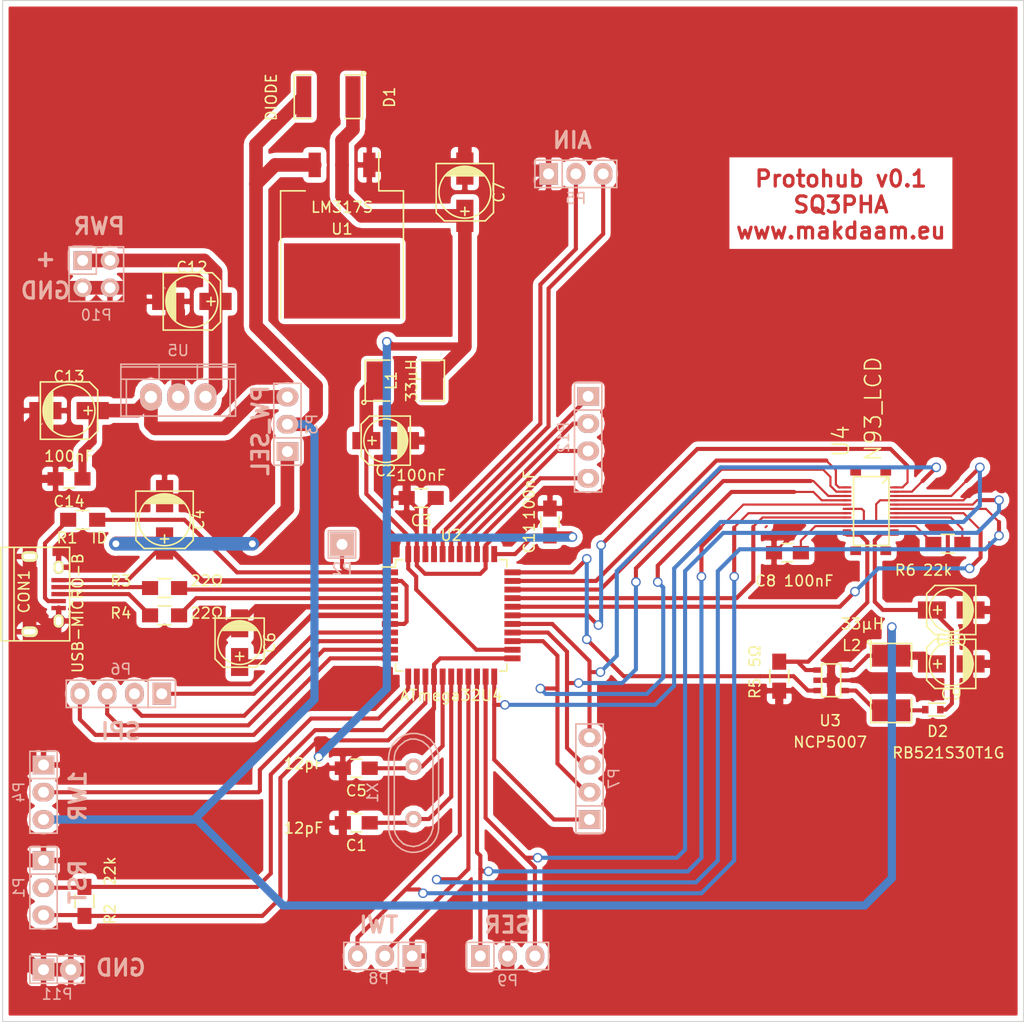
<source format=kicad_pcb>
(kicad_pcb (version 4) (host pcbnew 0.201501102116+5363~20~ubuntu14.04.1-product)
  (layers (0 F.Cu signal) (31 B.Cu signal) (34 B.Paste user) (35 F.Paste user) (36 B.SilkS user) (37 F.SilkS user) (38 B.Mask user) (39 F.Mask user) (44 Edge.Cuts user))
  (net 0 "")
  (net 1 "Net-(C1-Pad1)")
  (net 2 GND)
  (net 3 "Net-(C2-Pad1)")
  (net 4 "Net-(C3-Pad1)")
  (net 5 "Net-(C4-Pad1)")
  (net 6 "Net-(C5-Pad1)")
  (net 7 "Net-(C6-Pad1)")
  (net 8 VCC)
  (net 9 +5V)
  (net 10 "Net-(C10-Pad1)")
  (net 11 "Net-(C12-Pad1)")
  (net 12 "Net-(C13-Pad1)")
  (net 13 "Net-(CON1-Pad2)")
  (net 14 "Net-(CON1-Pad3)")
  (net 15 "Net-(CON1-Pad4)")
  (net 16 "Net-(D2-Pad1)")
  (net 17 "Net-(P1-Pad2)")
  (net 18 "Net-(P2-Pad1)")
  (net 19 "Net-(P4-Pad2)")
  (net 20 "Net-(P5-Pad2)")
  (net 21 "Net-(P5-Pad3)")
  (net 22 "Net-(P6-Pad1)")
  (net 23 "Net-(P6-Pad2)")
  (net 24 "Net-(P6-Pad3)")
  (net 25 "Net-(P6-Pad4)")
  (net 26 /DD7)
  (net 27 /DD6)
  (net 28 /DD5)
  (net 29 /DD4)
  (net 30 /DD0)
  (net 31 /DD1)
  (net 32 /DD2)
  (net 33 /DD3)
  (net 34 "Net-(R3-Pad1)")
  (net 35 "Net-(R4-Pad1)")
  (net 36 "Net-(R5-Pad1)")
  (net 37 "Net-(R6-Pad1)")
  (net 38 /DTE)
  (net 39 /DRESX)
  (net 40 /DCSX)
  (net 41 /DWRX)
  (net 42 /DDCX)
  (net 43 "Net-(U2-Pad33)")
  (net 44 "Net-(P12-Pad1)")
  (net 45 "Net-(P12-Pad2)")
  (net 46 "Net-(P12-Pad3)")
  (net 47 "Net-(P12-Pad4)")
  (module Capacitors_SMD:C_0805_HandSoldering (layer F.Cu) (at 147.908 131.508 180)
    (fp_text reference C1 (at 0 -2.1 180) (layer F.SilkS))
    (fp_text value 12pF (at 4.908 -0.492 180) (layer F.SilkS))
    (pad 1 smd rect (at -1.25 0 180) (size 1.5 1.25) (layers F.Cu F.Paste F.Mask) (net 1 "Net-(C1-Pad1)"))
    (pad 2 smd rect (at 1.25 0 180) (size 1.5 1.25) (layers F.Cu F.Paste F.Mask) (net 2 GND))
  )
  (module Resistors_SMD:R_0805_HandSoldering (layer F.Cu) (at 153.948 101.282 180)
    (fp_text reference C3 (at 0 -2.1 180) (layer F.SilkS))
    (fp_text value 100nF (at 0 2.1 180) (layer F.SilkS))
    (pad 1 smd rect (at -1.35 0 180) (size 1.5 1.3) (layers F.Cu F.Paste F.Mask) (net 4 "Net-(C3-Pad1)"))
    (pad 2 smd rect (at 1.35 0 180) (size 1.5 1.3) (layers F.Cu F.Paste F.Mask) (net 2 GND))
  )
  (module Capacitors_SMD:C_0805_HandSoldering (layer F.Cu) (at 147.908 126.428 180)
    (fp_text reference C5 (at 0 -2.1 180) (layer F.SilkS))
    (fp_text value 12pF (at 4.908 0.428 180) (layer F.SilkS))
    (pad 1 smd rect (at -1.25 0 180) (size 1.5 1.25) (layers F.Cu F.Paste F.Mask) (net 6 "Net-(C5-Pad1)"))
    (pad 2 smd rect (at 1.25 0 180) (size 1.5 1.25) (layers F.Cu F.Paste F.Mask) (net 2 GND))
  )
  (module Capacitors_SMD:C_0805_HandSoldering (layer F.Cu) (at 188.025 106.3715 180)
    (fp_text reference C8 (at 2.025 -2.6285 180) (layer F.SilkS))
    (fp_text value 100nF (at -1.975 -2.6285 180) (layer F.SilkS))
    (pad 1 smd rect (at -1.25 0 180) (size 1.5 1.25) (layers F.Cu F.Paste F.Mask) (net 8 VCC))
    (pad 2 smd rect (at 1.25 0 180) (size 1.5 1.25) (layers F.Cu F.Paste F.Mask) (net 2 GND))
  )
  (module Capacitors_SMD:C_0805_HandSoldering (layer F.Cu) (at 165.927 103.514 90)
    (fp_text reference C11 (at -1.486 -1.927 90) (layer F.SilkS))
    (fp_text value 100nF (at 2.514 -1.927 90) (layer F.SilkS))
    (pad 1 smd rect (at -1.25 0 90) (size 1.5 1.25) (layers F.Cu F.Paste F.Mask) (net 8 VCC))
    (pad 2 smd rect (at 1.25 0 90) (size 1.5 1.25) (layers F.Cu F.Paste F.Mask) (net 2 GND))
  )
  (module Capacitors_SMD:C_0805_HandSoldering (layer F.Cu) (at 121.182 99.504 180)
    (fp_text reference C14 (at 0 -2.1 180) (layer F.SilkS))
    (fp_text value 100nF (at 0 2.1 180) (layer F.SilkS))
    (pad 1 smd rect (at -1.25 0 180) (size 1.5 1.25) (layers F.Cu F.Paste F.Mask) (net 12 "Net-(C13-Pad1)"))
    (pad 2 smd rect (at 1.25 0 180) (size 1.5 1.25) (layers F.Cu F.Paste F.Mask) (net 2 GND))
  )
  (module Connect:USB_Micro-B (layer F.Cu) (at 120.215 108.927)
    (fp_text reference CON1 (at -3.215 1.073 90) (layer F.SilkS))
    (fp_text value USB-MICRO-B (at 1.785 3.073 90) (layer F.SilkS))
    (pad 1 smd rect (at 0 0) (size 1.35 0.4) (layers F.Cu F.Paste F.Mask) (net 5 "Net-(C4-Pad1)"))
    (pad 2 smd rect (at 0 0.65) (size 1.35 0.4) (layers F.Cu F.Paste F.Mask) (net 13 "Net-(CON1-Pad2)"))
    (pad 3 smd rect (at 0 1.3) (size 1.35 0.4) (layers F.Cu F.Paste F.Mask) (net 14 "Net-(CON1-Pad3)"))
    (pad 4 smd rect (at 0 1.95) (size 1.35 0.4) (layers F.Cu F.Paste F.Mask) (net 15 "Net-(CON1-Pad4)"))
    (pad 5 smd rect (at 0 2.6) (size 1.35 0.4) (layers F.Cu F.Paste F.Mask) (net 2 GND))
    (pad 6 thru_hole oval (at 0 -1.2) (size 0.95 1.25) (drill oval 0.55 0.85) (layers *.Cu *.Mask F.SilkS) (net 2 GND))
    (pad 7 thru_hole oval (at 0 3.8) (size 0.95 1.25) (drill oval 0.55 0.85) (layers *.Cu *.Mask F.SilkS) (net 2 GND))
    (pad 8 thru_hole oval (at -2.7 -2.2) (size 1.55 1) (drill oval 1.15 0.5) (layers *.Cu *.Mask F.SilkS) (net 2 GND))
    (pad 9 thru_hole oval (at -2.7 4.8) (size 1.55 1) (drill oval 1.15 0.5) (layers *.Cu *.Mask F.SilkS) (net 2 GND))
  )
  (module SMD_Packages:SMD-1812 (layer F.Cu) (at 145.312 63.944 180)
    (fp_text reference D1 (at -5.688 -0.056 270) (layer F.SilkS))
    (fp_text value DIODE (at 5.312 -0.056 270) (layer F.SilkS))
    (pad 1 smd rect (at -2.286 0 180) (size 1.397 3.81) (layers F.Cu F.Paste F.Mask) (net 8 VCC))
    (pad 2 smd rect (at 2.286 0 180) (size 1.397 3.81) (layers F.Cu F.Paste F.Mask) (net 9 +5V))
  )
  (module SMD_Packages:SOD-523 (layer F.Cu) (at 201.5505 120.9765)
    (fp_text reference D2 (at 0.4495 2.0235) (layer F.SilkS))
    (fp_text value RB521S30T1G (at 1.4495 4.0235) (layer F.SilkS))
    (pad 1 smd rect (at -0.7 0) (size 0.6 0.7) (layers F.Cu F.Paste F.Mask) (net 16 "Net-(D2-Pad1)"))
    (pad 2 smd rect (at 0.7 0) (size 0.6 0.7) (layers F.Cu F.Paste F.Mask) (net 10 "Net-(C10-Pad1)"))
  )
  (module SMD_Packages:SMD-1812_l (layer F.Cu) (at 152.424 90.36)
    (fp_text reference L1 (at -1.27 0 90) (layer F.SilkS))
    (fp_text value 33µH (at 0.635 0 90) (layer F.SilkS))
    (pad 1 smd rect (at -2.54 0) (size 2.032 3.556) (layers F.Cu F.Paste F.Mask) (net 3 "Net-(C2-Pad1)"))
    (pad 2 smd rect (at 2.54 0) (size 2.032 3.556) (layers F.Cu F.Paste F.Mask) (net 8 VCC))
  )
  (module SMD_Packages:SMD-1812_l (layer F.Cu) (at 197.677 118.5 270)
    (fp_text reference L2 (at -3.5 3.677 360) (layer F.SilkS))
    (fp_text value 33µH (at -5.5 2.677 360) (layer F.SilkS))
    (pad 1 smd rect (at -2.54 0 270) (size 2.032 3.556) (layers F.Cu F.Paste F.Mask) (net 9 +5V))
    (pad 2 smd rect (at 2.54 0 270) (size 2.032 3.556) (layers F.Cu F.Paste F.Mask) (net 16 "Net-(D2-Pad1)"))
  )
  (module Pin_Headers:Pin_Header_Straight_1x03 (layer B.Cu) (at 118.81 137.55 270)
    (fp_text reference P1 (at 0 2.286 270) (layer B.SilkS) (effects (justify mirror)))
    (fp_text value RST hide)
    (pad 1 thru_hole rect (at -2.54 0 270) (size 1.7272 2.032) (drill 1.016) (layers *.Cu *.Mask B.SilkS) (net 2 GND))
    (pad 2 thru_hole oval (at 0 0 270) (size 1.7272 2.032) (drill 1.016) (layers *.Cu *.Mask B.SilkS) (net 17 "Net-(P1-Pad2)"))
    (pad 3 thru_hole oval (at 2.54 0 270) (size 1.7272 2.032) (drill 1.016) (layers *.Cu *.Mask B.SilkS) (net 8 VCC))
  )
  (module Pin_Headers:Pin_Header_Straight_1x01 (layer B.Cu) (at 146.582 105.6)
    (fp_text reference P2 (at 0 2.286) (layer B.SilkS) (effects (justify mirror)))
    (fp_text value PMG hide)
    (pad 1 thru_hole rect (at 0 0) (size 2.2352 2.2352) (drill 1.016) (layers *.Cu *.Mask B.SilkS) (net 18 "Net-(P2-Pad1)"))
  )
  (module Pin_Headers:Pin_Header_Straight_1x03 (layer B.Cu) (at 141.502 94.424 90)
    (fp_text reference P3 (at 0 2.286 90) (layer B.SilkS) (effects (justify mirror)))
    (fp_text value PW_SEL hide)
    (pad 1 thru_hole rect (at -2.54 0 90) (size 1.7272 2.032) (drill 1.016) (layers *.Cu *.Mask B.SilkS) (net 5 "Net-(C4-Pad1)"))
    (pad 2 thru_hole oval (at 0 0 90) (size 1.7272 2.032) (drill 1.016) (layers *.Cu *.Mask B.SilkS) (net 9 +5V))
    (pad 3 thru_hole oval (at 2.54 0 90) (size 1.7272 2.032) (drill 1.016) (layers *.Cu *.Mask B.SilkS) (net 12 "Net-(C13-Pad1)"))
  )
  (module Pin_Headers:Pin_Header_Straight_1x03 (layer B.Cu) (at 118.81 128.66 270)
    (fp_text reference P4 (at 0 2.286 270) (layer B.SilkS) (effects (justify mirror)))
    (fp_text value 1WR hide)
    (pad 1 thru_hole rect (at -2.54 0 270) (size 1.7272 2.032) (drill 1.016) (layers *.Cu *.Mask B.SilkS) (net 2 GND))
    (pad 2 thru_hole oval (at 0 0 270) (size 1.7272 2.032) (drill 1.016) (layers *.Cu *.Mask B.SilkS) (net 19 "Net-(P4-Pad2)"))
    (pad 3 thru_hole oval (at 2.54 0 270) (size 1.7272 2.032) (drill 1.016) (layers *.Cu *.Mask B.SilkS) (net 9 +5V))
  )
  (module Pin_Headers:Pin_Header_Straight_1x03 (layer B.Cu) (at 168.34 71.129)
    (fp_text reference P5 (at 0 2.286) (layer B.SilkS) (effects (justify mirror)))
    (fp_text value AIN hide)
    (pad 1 thru_hole rect (at -2.54 0) (size 1.7272 2.032) (drill 1.016) (layers *.Cu *.Mask B.SilkS) (net 2 GND))
    (pad 2 thru_hole oval (at 0 0) (size 1.7272 2.032) (drill 1.016) (layers *.Cu *.Mask B.SilkS) (net 20 "Net-(P5-Pad2)"))
    (pad 3 thru_hole oval (at 2.54 0) (size 1.7272 2.032) (drill 1.016) (layers *.Cu *.Mask B.SilkS) (net 21 "Net-(P5-Pad3)"))
  )
  (module Pin_Headers:Pin_Header_Straight_1x04 (layer B.Cu) (at 126 119.5 180)
    (fp_text reference P6 (at 0 2.286 180) (layer B.SilkS) (effects (justify mirror)))
    (fp_text value SPI hide)
    (pad 1 thru_hole rect (at -3.81 0 180) (size 1.7272 2.032) (drill 1.016) (layers *.Cu *.Mask B.SilkS) (net 22 "Net-(P6-Pad1)"))
    (pad 2 thru_hole oval (at -1.27 0 180) (size 1.7272 2.032) (drill 1.016) (layers *.Cu *.Mask B.SilkS) (net 23 "Net-(P6-Pad2)"))
    (pad 3 thru_hole oval (at 1.27 0 180) (size 1.7272 2.032) (drill 1.016) (layers *.Cu *.Mask B.SilkS) (net 24 "Net-(P6-Pad3)"))
    (pad 4 thru_hole oval (at 3.81 0 180) (size 1.7272 2.032) (drill 1.016) (layers *.Cu *.Mask B.SilkS) (net 25 "Net-(P6-Pad4)"))
  )
  (module Pin_Headers:Pin_Header_Straight_1x03 (layer B.Cu) (at 150.56 143.9 180)
    (fp_text reference P8 (at 0.56 -2.1 180) (layer B.SilkS) (effects (justify mirror)))
    (fp_text value TWI hide)
    (pad 1 thru_hole rect (at -2.54 0 180) (size 1.7272 2.032) (drill 1.016) (layers *.Cu *.Mask B.SilkS) (net 2 GND))
    (pad 2 thru_hole oval (at 0 0 180) (size 1.7272 2.032) (drill 1.016) (layers *.Cu *.Mask B.SilkS) (net 31 /DD1))
    (pad 3 thru_hole oval (at 2.54 0 180) (size 1.7272 2.032) (drill 1.016) (layers *.Cu *.Mask B.SilkS) (net 30 /DD0))
  )
  (module Pin_Headers:Pin_Header_Straight_1x03 (layer B.Cu) (at 161.99 143.9)
    (fp_text reference P9 (at 0 2.286) (layer B.SilkS) (effects (justify mirror)))
    (fp_text value SER hide)
    (pad 1 thru_hole rect (at -2.54 0) (size 1.7272 2.032) (drill 1.016) (layers *.Cu *.Mask B.SilkS) (net 32 /DD2))
    (pad 2 thru_hole oval (at 0 0) (size 1.7272 2.032) (drill 1.016) (layers *.Cu *.Mask B.SilkS) (net 2 GND))
    (pad 3 thru_hole oval (at 2.54 0) (size 1.7272 2.032) (drill 1.016) (layers *.Cu *.Mask B.SilkS) (net 33 /DD3))
  )
  (module Pin_Headers:Pin_Header_Straight_2x02 (layer B.Cu) (at 123.722 80.454)
    (fp_text reference P10 (at 0 3.81) (layer B.SilkS) (effects (justify mirror)))
    (fp_text value BATT hide)
    (pad 1 thru_hole rect (at -1.27 -1.27) (size 1.7272 1.7272) (drill 1.016) (layers *.Cu *.Mask B.SilkS) (net 11 "Net-(C12-Pad1)"))
    (pad 2 thru_hole oval (at -1.27 1.27) (size 1.7272 1.7272) (drill 1.016) (layers *.Cu *.Mask B.SilkS) (net 2 GND))
    (pad 3 thru_hole oval (at 1.27 -1.27) (size 1.7272 1.7272) (drill 1.016) (layers *.Cu *.Mask B.SilkS) (net 11 "Net-(C12-Pad1)"))
    (pad 4 thru_hole oval (at 1.27 1.27) (size 1.7272 1.7272) (drill 1.016) (layers *.Cu *.Mask B.SilkS) (net 2 GND))
  )
  (module Pin_Headers:Pin_Header_Straight_1x02 (layer B.Cu) (at 120.08 145.17)
    (fp_text reference P11 (at 0 2.286) (layer B.SilkS) (effects (justify mirror)))
    (fp_text value GND hide)
    (pad 1 thru_hole rect (at -1.27 0) (size 2.032 2.032) (drill 1.016) (layers *.Cu *.Mask B.SilkS) (net 2 GND))
    (pad 2 thru_hole oval (at 1.27 0) (size 2.032 2.032) (drill 1.016) (layers *.Cu *.Mask B.SilkS) (net 2 GND))
  )
  (module Resistors_SMD:R_0805_HandSoldering (layer F.Cu) (at 122.452 103.314)
    (fp_text reference R1 (at -1.452 1.686) (layer F.SilkS))
    (fp_text value ID (at 1.548 1.686) (layer F.SilkS))
    (pad 1 smd rect (at -1.35 0) (size 1.5 1.3) (layers F.Cu F.Paste F.Mask) (net 15 "Net-(CON1-Pad4)"))
    (pad 2 smd rect (at 1.35 0) (size 1.5 1.3) (layers F.Cu F.Paste F.Mask) (net 18 "Net-(P2-Pad1)"))
  )
  (module Resistors_SMD:R_0805_HandSoldering (layer F.Cu) (at 122.62 138.82 270)
    (fp_text reference R2 (at 1.18 -2.38 270) (layer F.SilkS))
    (fp_text value 22k (at -2.82 -2.38 270) (layer F.SilkS))
    (pad 1 smd rect (at -1.35 0 270) (size 1.5 1.3) (layers F.Cu F.Paste F.Mask) (net 17 "Net-(P1-Pad2)"))
    (pad 2 smd rect (at 1.35 0 270) (size 1.5 1.3) (layers F.Cu F.Paste F.Mask) (net 8 VCC))
  )
  (module Resistors_SMD:R_0805_HandSoldering (layer F.Cu) (at 130.072 109.664 180)
    (fp_text reference R3 (at 4.072 0.664 180) (layer F.SilkS))
    (fp_text value 22Ω (at -3.928 0.664 180) (layer F.SilkS))
    (pad 1 smd rect (at -1.35 0 180) (size 1.5 1.3) (layers F.Cu F.Paste F.Mask) (net 34 "Net-(R3-Pad1)"))
    (pad 2 smd rect (at 1.35 0 180) (size 1.5 1.3) (layers F.Cu F.Paste F.Mask) (net 13 "Net-(CON1-Pad2)"))
  )
  (module Resistors_SMD:R_0805_HandSoldering (layer F.Cu) (at 130.072 112.204 180)
    (fp_text reference R4 (at 4.072 0.204 180) (layer F.SilkS))
    (fp_text value 22Ω (at -3.928 0.204 180) (layer F.SilkS))
    (pad 1 smd rect (at -1.35 0 180) (size 1.5 1.3) (layers F.Cu F.Paste F.Mask) (net 35 "Net-(R4-Pad1)"))
    (pad 2 smd rect (at 1.35 0 180) (size 1.5 1.3) (layers F.Cu F.Paste F.Mask) (net 14 "Net-(CON1-Pad3)"))
  )
  (module Resistors_SMD:R_0805_HandSoldering (layer F.Cu) (at 187.263 117.865 270)
    (fp_text reference R5 (at 1.135 2.263 270) (layer F.SilkS))
    (fp_text value 5Ω (at -1.865 2.263 270) (layer F.SilkS))
    (pad 1 smd rect (at -1.35 0 270) (size 1.5 1.3) (layers F.Cu F.Paste F.Mask) (net 36 "Net-(R5-Pad1)"))
    (pad 2 smd rect (at 1.35 0 270) (size 1.5 1.3) (layers F.Cu F.Paste F.Mask) (net 2 GND))
  )
  (module Resistors_SMD:R_0805_HandSoldering (layer F.Cu) (at 202.9475 105.546 180)
    (fp_text reference R6 (at 3.9475 -2.454 180) (layer F.SilkS))
    (fp_text value 22k (at 0.9475 -2.454 180) (layer F.SilkS))
    (pad 1 smd rect (at -1.35 0 180) (size 1.5 1.3) (layers F.Cu F.Paste F.Mask) (net 37 "Net-(R6-Pad1)"))
    (pad 2 smd rect (at 1.35 0 180) (size 1.5 1.3) (layers F.Cu F.Paste F.Mask) (net 8 VCC))
  )
  (module SMD_Packages:TO-263 (layer F.Cu) (at 146.582 70.294 180)
    (fp_text reference U1 (at 0 -5.969 180) (layer F.SilkS))
    (fp_text value LM317S (at 0 -3.937 180) (layer F.SilkS))
    (pad 2 smd rect (at 0 0 180) (size 1.143 2.286) (layers F.Cu F.Paste F.Mask) (net 8 VCC))
    (pad 3 smd rect (at 0 -10.795 180) (size 10.80008 6.9977) (layers F.Cu F.Paste F.Mask) (net 9 +5V))
    (pad 3 smd rect (at 2.54 0 180) (size 1.143 2.286) (layers F.Cu F.Paste F.Mask) (net 9 +5V))
    (pad 1 smd rect (at -2.54 0 180) (size 1.143 2.286) (layers F.Cu F.Paste F.Mask) (net 2 GND))
  )
  (module QFP:TQFP-44_10x10mm_Pitch0.8mm (layer F.Cu) (at 156.742 112.204)
    (fp_text reference U2 (at 0 -7.45) (layer F.SilkS))
    (fp_text value ATmega32U4 (at 0 7.45) (layer F.SilkS))
    (pad 1 smd rect (at -5.7 -4) (size 1.5 0.55) (layers F.Cu F.Paste F.Mask) (net 18 "Net-(P2-Pad1)"))
    (pad 2 smd rect (at -5.7 -3.2) (size 1.5 0.55) (layers F.Cu F.Paste F.Mask) (net 5 "Net-(C4-Pad1)"))
    (pad 3 smd rect (at -5.7 -2.4) (size 1.5 0.55) (layers F.Cu F.Paste F.Mask) (net 34 "Net-(R3-Pad1)"))
    (pad 4 smd rect (at -5.7 -1.6) (size 1.5 0.55) (layers F.Cu F.Paste F.Mask) (net 35 "Net-(R4-Pad1)"))
    (pad 5 smd rect (at -5.7 -0.8) (size 1.5 0.55) (layers F.Cu F.Paste F.Mask) (net 2 GND))
    (pad 6 smd rect (at -5.7 0) (size 1.5 0.55) (layers F.Cu F.Paste F.Mask) (net 7 "Net-(C6-Pad1)"))
    (pad 7 smd rect (at -5.7 0.8) (size 1.5 0.55) (layers F.Cu F.Paste F.Mask) (net 5 "Net-(C4-Pad1)"))
    (pad 8 smd rect (at -5.7 1.6) (size 1.5 0.55) (layers F.Cu F.Paste F.Mask) (net 22 "Net-(P6-Pad1)"))
    (pad 9 smd rect (at -5.7 2.4) (size 1.5 0.55) (layers F.Cu F.Paste F.Mask) (net 23 "Net-(P6-Pad2)"))
    (pad 10 smd rect (at -5.7 3.2) (size 1.5 0.55) (layers F.Cu F.Paste F.Mask) (net 24 "Net-(P6-Pad3)"))
    (pad 11 smd rect (at -5.7 4) (size 1.5 0.55) (layers F.Cu F.Paste F.Mask) (net 25 "Net-(P6-Pad4)"))
    (pad 12 smd rect (at -4 5.7 90) (size 1.5 0.55) (layers F.Cu F.Paste F.Mask) (net 19 "Net-(P4-Pad2)"))
    (pad 13 smd rect (at -3.2 5.7 90) (size 1.5 0.55) (layers F.Cu F.Paste F.Mask) (net 17 "Net-(P1-Pad2)"))
    (pad 14 smd rect (at -2.4 5.7 90) (size 1.5 0.55) (layers F.Cu F.Paste F.Mask) (net 8 VCC))
    (pad 15 smd rect (at -1.6 5.7 90) (size 1.5 0.55) (layers F.Cu F.Paste F.Mask) (net 2 GND))
    (pad 16 smd rect (at -0.8 5.7 90) (size 1.5 0.55) (layers F.Cu F.Paste F.Mask) (net 6 "Net-(C5-Pad1)"))
    (pad 17 smd rect (at 0 5.7 90) (size 1.5 0.55) (layers F.Cu F.Paste F.Mask) (net 1 "Net-(C1-Pad1)"))
    (pad 18 smd rect (at 0.8 5.7 90) (size 1.5 0.55) (layers F.Cu F.Paste F.Mask) (net 30 /DD0))
    (pad 19 smd rect (at 1.6 5.7 90) (size 1.5 0.55) (layers F.Cu F.Paste F.Mask) (net 31 /DD1))
    (pad 20 smd rect (at 2.4 5.7 90) (size 1.5 0.55) (layers F.Cu F.Paste F.Mask) (net 32 /DD2))
    (pad 21 smd rect (at 3.2 5.7 90) (size 1.5 0.55) (layers F.Cu F.Paste F.Mask) (net 33 /DD3))
    (pad 22 smd rect (at 4 5.7 90) (size 1.5 0.55) (layers F.Cu F.Paste F.Mask) (net 28 /DD5))
    (pad 23 smd rect (at 5.7 4) (size 1.5 0.55) (layers F.Cu F.Paste F.Mask) (net 2 GND))
    (pad 24 smd rect (at 5.7 3.2) (size 1.5 0.55) (layers F.Cu F.Paste F.Mask) (net 3 "Net-(C2-Pad1)"))
    (pad 25 smd rect (at 5.7 2.4) (size 1.5 0.55) (layers F.Cu F.Paste F.Mask) (net 29 /DD4))
    (pad 26 smd rect (at 5.7 1.6) (size 1.5 0.55) (layers F.Cu F.Paste F.Mask) (net 27 /DD6))
    (pad 27 smd rect (at 5.7 0.8) (size 1.5 0.55) (layers F.Cu F.Paste F.Mask) (net 26 /DD7))
    (pad 28 smd rect (at 5.7 0) (size 1.5 0.55) (layers F.Cu F.Paste F.Mask) (net 38 /DTE))
    (pad 29 smd rect (at 5.7 -0.8) (size 1.5 0.55) (layers F.Cu F.Paste F.Mask) (net 42 /DDCX))
    (pad 30 smd rect (at 5.7 -1.6) (size 1.5 0.55) (layers F.Cu F.Paste F.Mask) (net 41 /DWRX))
    (pad 31 smd rect (at 5.7 -2.4) (size 1.5 0.55) (layers F.Cu F.Paste F.Mask) (net 40 /DCSX))
    (pad 32 smd rect (at 5.7 -3.2) (size 1.5 0.55) (layers F.Cu F.Paste F.Mask) (net 39 /DRESX))
    (pad 33 smd rect (at 5.7 -4) (size 1.5 0.55) (layers F.Cu F.Paste F.Mask) (net 43 "Net-(U2-Pad33)"))
    (pad 34 smd rect (at 4 -5.7 90) (size 1.5 0.55) (layers F.Cu F.Paste F.Mask) (net 8 VCC))
    (pad 35 smd rect (at 3.2 -5.7 90) (size 1.5 0.55) (layers F.Cu F.Paste F.Mask) (net 2 GND))
    (pad 36 smd rect (at 2.4 -5.7 90) (size 1.5 0.55) (layers F.Cu F.Paste F.Mask) (net 47 "Net-(P12-Pad4)"))
    (pad 37 smd rect (at 1.6 -5.7 90) (size 1.5 0.55) (layers F.Cu F.Paste F.Mask) (net 46 "Net-(P12-Pad3)"))
    (pad 38 smd rect (at 0.8 -5.7 90) (size 1.5 0.55) (layers F.Cu F.Paste F.Mask) (net 45 "Net-(P12-Pad2)"))
    (pad 39 smd rect (at 0 -5.7 90) (size 1.5 0.55) (layers F.Cu F.Paste F.Mask) (net 44 "Net-(P12-Pad1)"))
    (pad 40 smd rect (at -0.8 -5.7 90) (size 1.5 0.55) (layers F.Cu F.Paste F.Mask) (net 21 "Net-(P5-Pad3)"))
    (pad 41 smd rect (at -1.6 -5.7 90) (size 1.5 0.55) (layers F.Cu F.Paste F.Mask) (net 20 "Net-(P5-Pad2)"))
    (pad 42 smd rect (at -2.4 -5.7 90) (size 1.5 0.55) (layers F.Cu F.Paste F.Mask) (net 4 "Net-(C3-Pad1)"))
    (pad 43 smd rect (at -3.2 -5.7 90) (size 1.5 0.55) (layers F.Cu F.Paste F.Mask) (net 2 GND))
    (pad 44 smd rect (at -4 -5.7 90) (size 1.5 0.55) (layers F.Cu F.Paste F.Mask) (net 3 "Net-(C2-Pad1)"))
  )
  (module SMD_Packages:SOT-23-5 (layer F.Cu) (at 192.089 118.246 270)
    (fp_text reference U3 (at 3.754 0.089 360) (layer F.SilkS))
    (fp_text value NCP5007 (at 5.754 0.089 360) (layer F.SilkS))
    (pad 1 smd rect (at -0.9525 1.27 270) (size 0.508 0.762) (layers F.Cu F.Paste F.Mask) (net 36 "Net-(R5-Pad1)"))
    (pad 3 smd rect (at 0.9525 1.27 270) (size 0.508 0.762) (layers F.Cu F.Paste F.Mask) (net 43 "Net-(U2-Pad33)"))
    (pad 5 smd rect (at -0.9525 -1.27 270) (size 0.508 0.762) (layers F.Cu F.Paste F.Mask) (net 9 +5V))
    (pad 2 smd rect (at 0 1.27 270) (size 0.508 0.762) (layers F.Cu F.Paste F.Mask) (net 2 GND))
    (pad 4 smd rect (at 0.9525 -1.27 270) (size 0.508 0.762) (layers F.Cu F.Paste F.Mask) (net 16 "Net-(D2-Pad1)"))
  )
  (module Power_Integrations:TO-220 (layer B.Cu) (at 131.342 91.884 180)
    (fp_text reference U5 (at 0 4.318 180) (layer B.SilkS) (effects (justify mirror)))
    (fp_text value LM7805CT hide)
    (pad 2 thru_hole oval (at 0 0 180) (size 2.032 2.54) (drill 1.143) (layers *.Cu *.Mask B.SilkS) (net 2 GND))
    (pad 3 thru_hole oval (at 2.54 0 180) (size 2.032 2.54) (drill 1.143) (layers *.Cu *.Mask B.SilkS) (net 12 "Net-(C13-Pad1)"))
    (pad 1 thru_hole oval (at -2.54 0 180) (size 2.032 2.54) (drill 1.143) (layers *.Cu *.Mask B.SilkS) (net 11 "Net-(C12-Pad1)"))
  )
  (module Crystals:Crystal_HC49-U_Vertical (layer B.Cu) (at 153.242 128.714 270)
    (fp_text reference X1 (at 0 3.81 270) (layer B.SilkS) (effects (justify mirror)))
    (fp_text value CRYSTAL hide)
    (pad 1 thru_hole circle (at -2.44094 0 270) (size 1.50114 1.50114) (drill 0.8001) (layers *.Cu *.Mask B.SilkS) (net 6 "Net-(C5-Pad1)"))
    (pad 2 thru_hole circle (at 2.44094 0 270) (size 1.50114 1.50114) (drill 0.8001) (layers *.Cu *.Mask B.SilkS) (net 1 "Net-(C1-Pad1)"))
  )
  (module Capacitors_SMD:c_elec_4x5.3 (layer F.Cu) (at 150.646 95.948 180)
    (fp_text reference C2 (at 0 -2.794 180) (layer F.SilkS))
    (fp_text value 1µF hide)
    (pad 1 smd rect (at 1.80086 0 180) (size 2.60096 1.6002) (layers F.Cu F.Paste F.Mask) (net 3 "Net-(C2-Pad1)"))
    (pad 2 smd rect (at -1.80086 0 180) (size 2.60096 1.6002) (layers F.Cu F.Paste F.Mask) (net 2 GND))
  )
  (module Capacitors_SMD:c_elec_5x5.3 (layer F.Cu) (at 130.072 103.314 270)
    (fp_text reference C4 (at 0 -3.175 270) (layer F.SilkS))
    (fp_text value 10µF hide)
    (pad 1 smd rect (at 2.19964 0 270) (size 2.99974 1.6002) (layers F.Cu F.Paste F.Mask) (net 5 "Net-(C4-Pad1)"))
    (pad 2 smd rect (at -2.19964 0 270) (size 2.99974 1.6002) (layers F.Cu F.Paste F.Mask) (net 2 GND))
  )
  (module Capacitors_SMD:c_elec_4x5.3 (layer F.Cu) (at 137.057 114.744 270)
    (fp_text reference C6 (at 0 -2.794 270) (layer F.SilkS))
    (fp_text value 1µF hide)
    (pad 1 smd rect (at 1.80086 0 270) (size 2.60096 1.6002) (layers F.Cu F.Paste F.Mask) (net 7 "Net-(C6-Pad1)"))
    (pad 2 smd rect (at -1.80086 0 270) (size 2.60096 1.6002) (layers F.Cu F.Paste F.Mask) (net 2 GND))
  )
  (module Capacitors_SMD:c_elec_5x5.3 (layer F.Cu) (at 158.012 72.834 270)
    (fp_text reference C7 (at 0 -3.175 270) (layer F.SilkS))
    (fp_text value 10µF hide)
    (pad 1 smd rect (at 2.19964 0 270) (size 2.99974 1.6002) (layers F.Cu F.Paste F.Mask) (net 8 VCC))
    (pad 2 smd rect (at -2.19964 0 270) (size 2.99974 1.6002) (layers F.Cu F.Paste F.Mask) (net 2 GND))
  )
  (module Capacitors_SMD:c_elec_4x5.3 (layer F.Cu) (at 203.265 116.722 180)
    (fp_text reference C9 (at 0 -2.794 180) (layer F.SilkS))
    (fp_text value 4.7µF hide)
    (pad 1 smd rect (at 1.80086 0 180) (size 2.60096 1.6002) (layers F.Cu F.Paste F.Mask) (net 9 +5V))
    (pad 2 smd rect (at -1.80086 0 180) (size 2.60096 1.6002) (layers F.Cu F.Paste F.Mask) (net 2 GND))
  )
  (module Capacitors_SMD:c_elec_4x5.3 (layer F.Cu) (at 203.265 111.7055 180)
    (fp_text reference C10 (at 0 -2.794 180) (layer F.SilkS))
    (fp_text value 1µF hide)
    (pad 1 smd rect (at 1.80086 0 180) (size 2.60096 1.6002) (layers F.Cu F.Paste F.Mask) (net 10 "Net-(C10-Pad1)"))
    (pad 2 smd rect (at -1.80086 0 180) (size 2.60096 1.6002) (layers F.Cu F.Paste F.Mask) (net 2 GND))
  )
  (module Capacitors_SMD:c_elec_5x5.3 (layer F.Cu) (at 132.612 82.994)
    (fp_text reference C12 (at 0 -3.175) (layer F.SilkS))
    (fp_text value 10µF hide)
    (pad 1 smd rect (at 2.19964 0) (size 2.99974 1.6002) (layers F.Cu F.Paste F.Mask) (net 11 "Net-(C12-Pad1)"))
    (pad 2 smd rect (at -2.19964 0) (size 2.99974 1.6002) (layers F.Cu F.Paste F.Mask) (net 2 GND))
  )
  (module Capacitors_SMD:c_elec_5x5.3 (layer F.Cu) (at 121.182 93.154)
    (fp_text reference C13 (at 0 -3.175) (layer F.SilkS))
    (fp_text value 10µF hide)
    (pad 1 smd rect (at 2.19964 0) (size 2.99974 1.6002) (layers F.Cu F.Paste F.Mask) (net 12 "Net-(C13-Pad1)"))
    (pad 2 smd rect (at -2.19964 0) (size 2.99974 1.6002) (layers F.Cu F.Paste F.Mask) (net 2 GND))
  )
  (module Pin_Headers:Pin_Header_Straight_1x04 (layer B.Cu) (at 169.483 95.64 270)
    (fp_text reference P12 (at 0 2.286 270) (layer B.SilkS) (effects (justify mirror)))
    (fp_text value KBD2 hide)
    (pad 1 thru_hole rect (at -3.81 0 270) (size 1.7272 2.032) (drill 1.016) (layers *.Cu *.Mask B.SilkS) (net 44 "Net-(P12-Pad1)"))
    (pad 2 thru_hole oval (at -1.27 0 270) (size 1.7272 2.032) (drill 1.016) (layers *.Cu *.Mask B.SilkS) (net 45 "Net-(P12-Pad2)"))
    (pad 3 thru_hole oval (at 1.27 0 270) (size 1.7272 2.032) (drill 1.016) (layers *.Cu *.Mask B.SilkS) (net 46 "Net-(P12-Pad3)"))
    (pad 4 thru_hole oval (at 3.81 0 270) (size 1.7272 2.032) (drill 1.016) (layers *.Cu *.Mask B.SilkS) (net 47 "Net-(P12-Pad4)"))
  )
  (module Pin_Headers:Pin_Header_Straight_1x04 (layer B.Cu) (at 169.61 127.39 90)
    (fp_text reference P7 (at 0 2.286 90) (layer B.SilkS) (effects (justify mirror)))
    (fp_text value KBD hide)
    (pad 1 thru_hole rect (at -3.81 0 90) (size 1.7272 2.032) (drill 1.016) (layers *.Cu *.Mask B.SilkS) (net 28 /DD5))
    (pad 2 thru_hole oval (at -1.27 0 90) (size 1.7272 2.032) (drill 1.016) (layers *.Cu *.Mask B.SilkS) (net 29 /DD4))
    (pad 3 thru_hole oval (at 1.27 0 90) (size 1.7272 2.032) (drill 1.016) (layers *.Cu *.Mask B.SilkS) (net 27 /DD6))
    (pad 4 thru_hole oval (at 3.81 0 90) (size 1.7272 2.032) (drill 1.016) (layers *.Cu *.Mask B.SilkS) (net 26 /DD7))
  )
  (module n93disp:N93Disp (layer F.Cu) (at 195.772 102.498 270)
    (fp_text reference U4 (at -6.498 2.772 270) (layer F.SilkS) (effects (font (size 1.5 1.5))))
    (fp_text value N93_LCD (at -9.498 -0.228 270) (layer F.SilkS) (effects (font (size 1.5 1.5))))
    (pad 1 smd oval (at -2.2 -2.2 270) (size 0.2 0.8) (layers F.Cu F.Paste F.Mask) (net 38 /DTE))
    (pad 2 smd rect (at -1.8 -2.2 270) (size 0.2 0.8) (layers F.Cu F.Paste F.Mask) (net 26 /DD7))
    (pad 3 smd rect (at -1.4 -2.2 270) (size 0.2 0.8) (layers F.Cu F.Paste F.Mask) (net 28 /DD5))
    (pad 4 smd rect (at -1 -2.2 270) (size 0.2 0.8) (layers F.Cu F.Paste F.Mask) (net 2 GND))
    (pad 5 smd rect (at -0.6 -2.2 270) (size 0.2 0.8) (layers F.Cu F.Paste F.Mask) (net 33 /DD3))
    (pad 6 smd rect (at -0.2 -2.2 270) (size 0.2 0.8) (layers F.Cu F.Paste F.Mask) (net 31 /DD1))
    (pad 7 smd rect (at 0.2 -2.2 270) (size 0.2 0.8) (layers F.Cu F.Paste F.Mask) (net 42 /DDCX))
    (pad 8 smd rect (at 0.6 -2.2 270) (size 0.2 0.8) (layers F.Cu F.Paste F.Mask) (net 37 "Net-(R6-Pad1)"))
    (pad 9 smd rect (at 1 -2.2 270) (size 0.2 0.8) (layers F.Cu F.Paste F.Mask) (net 2 GND))
    (pad 10 smd rect (at 1.4 -2.2 270) (size 0.2 0.8) (layers F.Cu F.Paste F.Mask) (net 8 VCC))
    (pad 11 smd rect (at 1.8 -2.2 270) (size 0.2 0.8) (layers F.Cu F.Paste F.Mask) (net 10 "Net-(C10-Pad1)"))
    (pad 12 smd rect (at 2.2 -2.2 270) (size 0.2 0.8) (layers F.Cu F.Paste F.Mask) (net 10 "Net-(C10-Pad1)"))
    (pad 13 smd rect (at 2.2 2.2 270) (size 0.2 0.8) (layers F.Cu F.Paste F.Mask) (net 36 "Net-(R5-Pad1)"))
    (pad 14 smd rect (at 1.8 2.2 270) (size 0.2 0.8) (layers F.Cu F.Paste F.Mask) (net 36 "Net-(R5-Pad1)"))
    (pad 15 smd rect (at 1.4 2.2 270) (size 0.2 0.8) (layers F.Cu F.Paste F.Mask) (net 8 VCC))
    (pad 16 smd rect (at 1 2.2 270) (size 0.2 0.8) (layers F.Cu F.Paste F.Mask) (net 2 GND))
    (pad 17 smd rect (at 0.6 2.2 270) (size 0.2 0.8) (layers F.Cu F.Paste F.Mask) (net 41 /DWRX))
    (pad 18 smd rect (at 0.2 2.2 270) (size 0.2 0.8) (layers F.Cu F.Paste F.Mask) (net 30 /DD0))
    (pad 19 smd rect (at -0.2 2.2 270) (size 0.2 0.8) (layers F.Cu F.Paste F.Mask) (net 2 GND))
    (pad 20 smd rect (at -0.6 2.2 270) (size 0.2 0.8) (layers F.Cu F.Paste F.Mask) (net 32 /DD2))
    (pad 21 smd rect (at -1 2.2 270) (size 0.2 0.8) (layers F.Cu F.Paste F.Mask) (net 29 /DD4))
    (pad 22 smd rect (at -1.4 2.2 270) (size 0.2 0.8) (layers F.Cu F.Paste F.Mask) (net 27 /DD6))
    (pad 23 smd rect (at -1.8 2.2 270) (size 0.2 0.8) (layers F.Cu F.Paste F.Mask) (net 40 /DCSX))
    (pad 24 smd rect (at -2.2 2.2 270) (size 0.2 0.8) (layers F.Cu F.Paste F.Mask) (net 39 /DRESX))
    (pad 25 smd rect (at 3.7 -1.4 270) (size 0.8 1) (layers F.Cu F.Paste F.Mask))
    (pad 26 smd rect (at 3.7 1.4 270) (size 0.8 1) (layers F.Cu F.Paste F.Mask))
    (pad 27 smd rect (at -3.7 -1.4 270) (size 0.8 1) (layers F.Cu F.Paste F.Mask))
    (pad 28 smd rect (at -3.7 1.4 270) (size 0.8 1) (layers F.Cu F.Paste F.Mask))
  )
  (gr_text AIN (at 168 68) (layer B.SilkS) (effects (font (size 1.5 1.5) (thickness 0.3)) (justify mirror)))
  (gr_text GND (at 119 82) (layer B.SilkS) (effects (font (size 1.5 1.5) (thickness 0.3)) (justify mirror)))
  (gr_text + (at 119 79) (layer B.SilkS) (effects (font (size 1.5 1.5) (thickness 0.3)) (justify mirror)))
  (gr_text PWR (at 124 76) (layer B.SilkS) (effects (font (size 1.5 1.5) (thickness 0.3)) (justify mirror)))
  (gr_text PW_SEL (at 139 95 90) (layer B.SilkS) (effects (font (size 1.5 1.5) (thickness 0.3)) (justify mirror)))
  (gr_text SPI (at 126 123) (layer B.SilkS) (effects (font (size 1.5 1.5) (thickness 0.3)) (justify mirror)))
  (gr_text 1WR (at 122 129 90) (layer B.SilkS) (effects (font (size 1.5 1.5) (thickness 0.3)) (justify mirror)))
  (gr_text GND (at 126 145) (layer B.SilkS) (effects (font (size 1.5 1.5) (thickness 0.3)) (justify mirror)))
  (gr_text RST (at 122 137 90) (layer B.SilkS) (effects (font (size 1.5 1.5) (thickness 0.3)) (justify mirror)))
  (gr_text TWI (at 150 141) (layer B.SilkS) (effects (font (size 1.5 1.5) (thickness 0.3)) (justify mirror)))
  (gr_text SER (at 162 141) (layer B.SilkS) (effects (font (size 1.5 1.5) (thickness 0.3)) (justify mirror)))
  (gr_text "Protohub v0.1\nSQ3PHA\nwww.makdaam.eu" (at 193 74) (layer F.Cu) (effects (font (size 1.5 1.5) (thickness 0.3))))
  (gr_line (start 115 55) (end 115 150) (angle 90) (layer Edge.Cuts) (width 0.1))
  (gr_line (start 210 55) (end 115 55) (angle 90) (layer Edge.Cuts) (width 0.1))
  (gr_line (start 210 150) (end 210 55) (angle 90) (layer Edge.Cuts) (width 0.1))
  (gr_line (start 210 150) (end 115 150) (angle 90) (layer Edge.Cuts) (width 0.1))
  (segment (start 186.097 103.898) (end 185.993 104.002) (width 0.2) (layer F.Cu) (net 0))
  (segment (start 153.242 131.15494) (end 154.66906 131.15494) (width 0.381) (layer F.Cu) (net 1))
  (segment (start 156.742 129.082) (end 156.742 117.904) (width 0.381) (layer F.Cu) (net 1))
  (segment (start 154.66906 131.15494) (end 156.742 129.082) (width 0.381) (layer F.Cu) (net 1))
  (segment (start 149.158 131.508) (end 152.88894 131.508) (width 0.381) (layer F.Cu) (net 1))
  (segment (start 152.88894 131.508) (end 153.242 131.15494) (width 0.381) (layer F.Cu) (net 1))
  (segment (start 207.964 100.212) (end 207.964 95.036) (width 1.27) (layer F.Cu) (net 2))
  (segment (start 172 67) (end 158.012 67) (width 1.27) (layer F.Cu) (net 2))
  (segment (start 175 70) (end 172 67) (width 1.27) (layer F.Cu) (net 2))
  (segment (start 175 94) (end 175 70) (width 1.27) (layer F.Cu) (net 2))
  (segment (start 176 95) (end 175 94) (width 1.27) (layer F.Cu) (net 2))
  (segment (start 207.928 95) (end 176 95) (width 1.27) (layer F.Cu) (net 2))
  (segment (start 207.964 95.036) (end 207.928 95) (width 1.27) (layer F.Cu) (net 2))
  (segment (start 205.678 100.212) (end 207.964 100.212) (width 0.508) (layer F.Cu) (net 2))
  (segment (start 197.972 101.498) (end 204.392 101.498) (width 0.2) (layer F.Cu) (net 2))
  (segment (start 204.392 101.498) (end 205.678 100.212) (width 0.2) (layer F.Cu) (net 2))
  (segment (start 207.964 100.212) (end 208.218 100.212) (width 0.508) (layer F.Cu) (net 2))
  (segment (start 208.218 100.212) (end 208.98 100.974) (width 0.508) (layer F.Cu) (net 2))
  (segment (start 208.98 100.974) (end 208.98 111.4515) (width 0.508) (layer F.Cu) (net 2))
  (segment (start 208.98 111.4515) (end 207.964 112.4675) (width 0.508) (layer F.Cu) (net 2))
  (segment (start 197.972 103.498) (end 202.2965 103.498) (width 0.2) (layer F.Cu) (net 2))
  (segment (start 205.06586 109.75986) (end 205.06586 111.7055) (width 0.381) (layer F.Cu) (net 2))
  (segment (start 202.9475 107.6415) (end 205.06586 109.75986) (width 0.381) (layer F.Cu) (net 2))
  (segment (start 202.9475 104.149) (end 202.9475 107.6415) (width 0.381) (layer F.Cu) (net 2))
  (segment (start 202.2965 103.498) (end 202.9475 104.149) (width 0.2) (layer F.Cu) (net 2))
  (segment (start 193.572 103.498) (end 189.6485 103.498) (width 0.2) (layer F.Cu) (net 2))
  (segment (start 189.6485 103.498) (end 186.775 106.3715) (width 0.2) (layer F.Cu) (net 2))
  (segment (start 130.072 101.11436) (end 118.54264 101.11436) (width 0.762) (layer F.Cu) (net 2))
  (segment (start 118.54264 101.11436) (end 117.515 102.142) (width 0.762) (layer F.Cu) (net 2))
  (segment (start 155.142 117.904) (end 155.142 116.7755) (width 0.381) (layer F.Cu) (net 2))
  (segment (start 155.7135 116.204) (end 162.442 116.204) (width 0.381) (layer F.Cu) (net 2))
  (segment (start 155.142 116.7755) (end 155.7135 116.204) (width 0.381) (layer F.Cu) (net 2))
  (segment (start 153.542 106.504) (end 153.542 107.5755) (width 0.381) (layer F.Cu) (net 2))
  (segment (start 159.942 107.848) (end 159.942 106.504) (width 0.381) (layer F.Cu) (net 2))
  (segment (start 159.45 108.34) (end 159.942 107.848) (width 0.381) (layer F.Cu) (net 2))
  (segment (start 154.3065 108.34) (end 159.45 108.34) (width 0.381) (layer F.Cu) (net 2))
  (segment (start 153.542 107.5755) (end 154.3065 108.34) (width 0.381) (layer F.Cu) (net 2))
  (segment (start 205.06586 116.722) (end 207.456 116.722) (width 0.762) (layer F.Cu) (net 2))
  (segment (start 207.456 116.722) (end 207.964 117.23) (width 0.762) (layer F.Cu) (net 2))
  (segment (start 207.964 123.6435) (end 207.964 117.23) (width 0.762) (layer F.Cu) (net 2))
  (segment (start 207.964 117.23) (end 207.964 112.4675) (width 0.762) (layer F.Cu) (net 2))
  (segment (start 207.964 112.4675) (end 207.202 111.7055) (width 0.762) (layer F.Cu) (net 2))
  (segment (start 207.202 111.7055) (end 205.06586 111.7055) (width 0.762) (layer F.Cu) (net 2))
  (segment (start 165.8 71.129) (end 165.3555 71.129) (width 0.762) (layer F.Cu) (net 2))
  (segment (start 165.3555 71.129) (end 164.86086 70.63436) (width 0.762) (layer F.Cu) (net 2))
  (segment (start 164.86086 70.63436) (end 158.012 70.63436) (width 0.762) (layer F.Cu) (net 2))
  (segment (start 152.44686 95.948) (end 160.158 95.948) (width 0.762) (layer F.Cu) (net 2))
  (segment (start 163.514 73.415) (end 165.8 71.129) (width 0.762) (layer F.Cu) (net 2))
  (segment (start 163.514 92.592) (end 163.514 73.415) (width 0.762) (layer F.Cu) (net 2))
  (segment (start 160.158 95.948) (end 163.514 92.592) (width 0.762) (layer F.Cu) (net 2))
  (segment (start 152.598 101.282) (end 152.598 96.09914) (width 0.762) (layer F.Cu) (net 2))
  (segment (start 152.598 96.09914) (end 152.44686 95.948) (width 0.762) (layer F.Cu) (net 2))
  (segment (start 155.142 117.904) (end 155.142 120.903) (width 0.381) (layer F.Cu) (net 2))
  (segment (start 148.363 124.723) (end 146.658 126.428) (width 0.381) (layer F.Cu) (net 2))
  (segment (start 151.322 124.723) (end 148.363 124.723) (width 0.381) (layer F.Cu) (net 2))
  (segment (start 155.142 120.903) (end 151.322 124.723) (width 0.381) (layer F.Cu) (net 2))
  (segment (start 159.942 106.504) (end 159.942 105.689) (width 0.381) (layer F.Cu) (net 2))
  (segment (start 159.942 105.689) (end 163.367 102.264) (width 0.381) (layer F.Cu) (net 2))
  (segment (start 163.367 102.264) (end 165.927 102.264) (width 0.381) (layer F.Cu) (net 2))
  (segment (start 146.658 131.508) (end 146.658 139.039) (width 0.762) (layer F.Cu) (net 2))
  (segment (start 144.464 141.233) (end 144.464 148.345) (width 0.762) (layer F.Cu) (net 2))
  (segment (start 146.658 139.039) (end 144.464 141.233) (width 0.762) (layer F.Cu) (net 2))
  (segment (start 146.658 126.428) (end 146.658 131.508) (width 0.762) (layer F.Cu) (net 2))
  (segment (start 190.819 118.246) (end 191.708 118.246) (width 0.381) (layer F.Cu) (net 2))
  (segment (start 192.0255 118.5635) (end 192.0255 123.6435) (width 0.381) (layer F.Cu) (net 2))
  (segment (start 191.708 118.246) (end 192.0255 118.5635) (width 0.381) (layer F.Cu) (net 2))
  (segment (start 187.263 119.215) (end 187.263 120.913) (width 0.762) (layer F.Cu) (net 2))
  (segment (start 189.9935 123.6435) (end 192.0255 123.6435) (width 0.762) (layer F.Cu) (net 2))
  (segment (start 192.0255 123.6435) (end 207.964 123.6435) (width 0.762) (layer F.Cu) (net 2))
  (segment (start 207.964 123.6435) (end 208.0275 123.6435) (width 0.762) (layer F.Cu) (net 2))
  (segment (start 187.263 120.913) (end 189.9935 123.6435) (width 0.762) (layer F.Cu) (net 2))
  (segment (start 204.5985 148.2815) (end 160.847 148.2815) (width 1.27) (layer F.Cu) (net 2))
  (segment (start 208.0275 144.8525) (end 204.5985 148.2815) (width 1.27) (layer F.Cu) (net 2))
  (segment (start 208.0275 123.6435) (end 208.0275 144.8525) (width 1.27) (layer F.Cu) (net 2))
  (segment (start 161.99 143.9) (end 161.99 147.1385) (width 1.27) (layer F.Cu) (net 2))
  (segment (start 160.847 148.2815) (end 151.2585 148.2815) (width 1.27) (layer F.Cu) (net 2))
  (segment (start 161.99 147.1385) (end 160.847 148.2815) (width 1.27) (layer F.Cu) (net 2))
  (segment (start 121.35 145.17) (end 131.637 145.17) (width 1.27) (layer F.Cu) (net 2))
  (segment (start 131.637 145.17) (end 134.812 148.345) (width 1.27) (layer F.Cu) (net 2))
  (segment (start 134.812 148.345) (end 144.464 148.345) (width 1.27) (layer F.Cu) (net 2))
  (segment (start 153.1 146.44) (end 153.1 143.9) (width 1.27) (layer F.Cu) (net 2))
  (segment (start 151.195 148.345) (end 151.2585 148.2815) (width 1.27) (layer F.Cu) (net 2))
  (segment (start 144.464 148.345) (end 151.195 148.345) (width 1.27) (layer F.Cu) (net 2))
  (segment (start 151.2585 148.2815) (end 153.1 146.44) (width 1.27) (layer F.Cu) (net 2))
  (segment (start 118.81 145.17) (end 121.35 145.17) (width 1.27) (layer F.Cu) (net 2))
  (segment (start 149.122 70.294) (end 157.67164 70.294) (width 1.27) (layer F.Cu) (net 2))
  (segment (start 157.67164 70.294) (end 158.012 70.63436) (width 1.27) (layer F.Cu) (net 2))
  (segment (start 122.452 81.724) (end 119.626 81.724) (width 1.27) (layer F.Cu) (net 2))
  (segment (start 119.626 81.724) (end 118.429 80.527) (width 1.27) (layer F.Cu) (net 2))
  (segment (start 118.429 80.527) (end 118.429 65.414) (width 1.27) (layer F.Cu) (net 2))
  (segment (start 118.429 65.414) (end 125.414 58.429) (width 1.27) (layer F.Cu) (net 2))
  (segment (start 125.414 58.429) (end 154.878 58.429) (width 1.27) (layer F.Cu) (net 2))
  (segment (start 154.878 58.429) (end 158.012 61.563) (width 1.27) (layer F.Cu) (net 2))
  (segment (start 158.012 65.668) (end 158.012 67) (width 1.27) (layer F.Cu) (net 2))
  (segment (start 158.012 61.563) (end 158.012 65.668) (width 1.27) (layer F.Cu) (net 2))
  (segment (start 158.012 67) (end 158.012 70.63436) (width 1.27) (layer F.Cu) (net 2))
  (segment (start 118.98236 93.154) (end 118.98236 85.19364) (width 1.27) (layer F.Cu) (net 2))
  (segment (start 118.98236 85.19364) (end 122.452 81.724) (width 1.27) (layer F.Cu) (net 2))
  (segment (start 119.932 99.504) (end 118.375 99.504) (width 0.762) (layer F.Cu) (net 2))
  (segment (start 118.375 99.504) (end 117.515 100.364) (width 0.762) (layer F.Cu) (net 2))
  (segment (start 117.515 106.727) (end 117.515 102.142) (width 1.27) (layer F.Cu) (net 2))
  (segment (start 117.515 102.142) (end 117.515 100.364) (width 1.27) (layer F.Cu) (net 2))
  (segment (start 117.515 100.364) (end 117.515 94.62136) (width 1.27) (layer F.Cu) (net 2))
  (segment (start 117.515 94.62136) (end 118.98236 93.154) (width 1.27) (layer F.Cu) (net 2))
  (segment (start 117.515 113.727) (end 117.515 106.727) (width 1.27) (layer F.Cu) (net 2))
  (segment (start 120.215 112.727) (end 120.215 111.527) (width 0.508) (layer F.Cu) (net 2))
  (segment (start 117.515 113.727) (end 119.215 113.727) (width 1.27) (layer F.Cu) (net 2))
  (segment (start 119.215 113.727) (end 120.215 112.727) (width 1.27) (layer F.Cu) (net 2))
  (segment (start 137.057 112.94314) (end 136.43186 112.94314) (width 1.27) (layer F.Cu) (net 2))
  (segment (start 136.43186 112.94314) (end 133.923 115.452) (width 1.27) (layer F.Cu) (net 2))
  (segment (start 119.24 115.452) (end 117.515 113.727) (width 1.27) (layer F.Cu) (net 2))
  (segment (start 133.923 115.452) (end 119.24 115.452) (width 1.27) (layer F.Cu) (net 2))
  (segment (start 118.81 126.12) (end 117.921 126.12) (width 1.27) (layer F.Cu) (net 2))
  (segment (start 117.921 126.12) (end 117.515 125.714) (width 1.27) (layer F.Cu) (net 2))
  (segment (start 117.515 125.714) (end 117.515 113.727) (width 1.27) (layer F.Cu) (net 2))
  (segment (start 118.81 135.01) (end 117.413 135.01) (width 1.27) (layer F.Cu) (net 2))
  (segment (start 117.413 126.12) (end 118.81 126.12) (width 1.27) (layer F.Cu) (net 2))
  (segment (start 116.397 127.136) (end 117.413 126.12) (width 1.27) (layer F.Cu) (net 2))
  (segment (start 116.397 133.994) (end 116.397 127.136) (width 1.27) (layer F.Cu) (net 2))
  (segment (start 117.413 135.01) (end 116.397 133.994) (width 1.27) (layer F.Cu) (net 2))
  (segment (start 118.81 145.17) (end 118.175 145.17) (width 1.27) (layer F.Cu) (net 2))
  (segment (start 118.175 145.17) (end 116.27 143.265) (width 1.27) (layer F.Cu) (net 2))
  (segment (start 116.27 143.265) (end 116.27 135.645) (width 1.27) (layer F.Cu) (net 2))
  (segment (start 116.27 135.645) (end 116.905 135.01) (width 1.27) (layer F.Cu) (net 2))
  (segment (start 116.905 135.01) (end 118.81 135.01) (width 1.27) (layer F.Cu) (net 2))
  (segment (start 151.042 111.404) (end 138.59614 111.404) (width 0.508) (layer F.Cu) (net 2))
  (segment (start 138.59614 111.404) (end 137.057 112.94314) (width 0.508) (layer F.Cu) (net 2))
  (segment (start 197.972 101.498) (end 196.645 101.498) (width 0.2) (layer F.Cu) (net 2))
  (segment (start 196.28 101.863) (end 196.28 103.498) (width 0.2) (layer F.Cu) (net 2))
  (segment (start 196.645 101.498) (end 196.28 101.863) (width 0.2) (layer F.Cu) (net 2))
  (segment (start 193.572 102.298) (end 194.937 102.298) (width 0.2) (layer F.Cu) (net 2))
  (segment (start 195.137 102.498) (end 195.137 103.498) (width 0.2) (layer F.Cu) (net 2))
  (segment (start 194.937 102.298) (end 195.137 102.498) (width 0.2) (layer F.Cu) (net 2))
  (segment (start 193.572 103.498) (end 195.137 103.498) (width 0.2) (layer F.Cu) (net 2))
  (segment (start 195.137 103.498) (end 196.28 103.498) (width 0.2) (layer F.Cu) (net 2))
  (segment (start 196.28 103.498) (end 197.972 103.498) (width 0.2) (layer F.Cu) (net 2))
  (segment (start 153.542 106.504) (end 153.542 102.226) (width 0.381) (layer F.Cu) (net 2))
  (segment (start 153.542 102.226) (end 152.598 101.282) (width 0.381) (layer F.Cu) (net 2))
  (segment (start 152.598 96.09914) (end 152.44686 95.948) (width 0.381) (layer F.Cu) (net 2))
  (segment (start 124.992 81.724) (end 129.14236 81.724) (width 1.27) (layer F.Cu) (net 2))
  (segment (start 131.342 83.92364) (end 131.342 91.884) (width 1.27) (layer F.Cu) (net 2))
  (segment (start 129.14236 81.724) (end 131.342 83.92364) (width 1.27) (layer F.Cu) (net 2))
  (segment (start 122.452 81.724) (end 124.992 81.724) (width 1.27) (layer F.Cu) (net 2))
  (segment (start 162.442 115.404) (end 159.0845 115.404) (width 0.381) (layer F.Cu) (net 3))
  (segment (start 152.742 107.855) (end 152.742 106.504) (width 0.381) (layer F.Cu) (net 3))
  (segment (start 153.481 108.594) (end 152.742 107.855) (width 0.381) (layer F.Cu) (net 3))
  (segment (start 153.481 109.8005) (end 153.481 108.594) (width 0.381) (layer F.Cu) (net 3))
  (segment (start 159.0845 115.404) (end 153.481 109.8005) (width 0.381) (layer F.Cu) (net 3))
  (segment (start 148.84514 95.948) (end 148.84514 91.39886) (width 1.27) (layer F.Cu) (net 3))
  (segment (start 148.84514 91.39886) (end 149.884 90.36) (width 1.27) (layer F.Cu) (net 3))
  (segment (start 152.742 106.504) (end 152.742 104.807) (width 0.381) (layer F.Cu) (net 3))
  (segment (start 148.84514 100.91014) (end 148.84514 95.948) (width 0.381) (layer F.Cu) (net 3))
  (segment (start 152.742 104.807) (end 148.84514 100.91014) (width 0.381) (layer F.Cu) (net 3))
  (segment (start 154.342 106.504) (end 154.342 102.238) (width 0.381) (layer F.Cu) (net 4))
  (segment (start 154.342 102.238) (end 155.298 101.282) (width 0.381) (layer F.Cu) (net 4))
  (segment (start 141.502 96.964) (end 141.502 102.285) (width 1.27) (layer F.Cu) (net 5))
  (segment (start 125.57336 105.51364) (end 130.072 105.51364) (width 1.27) (layer F.Cu) (net 5))
  (segment (start 125.541 105.546) (end 125.57336 105.51364) (width 1.27) (layer F.Cu) (net 5))
  (via (at 125.541 105.546) (size 0.889) (layers F.Cu B.Cu) (net 5))
  (segment (start 138.241 105.546) (end 125.541 105.546) (width 1.27) (layer B.Cu) (net 5))
  (via (at 138.241 105.546) (size 0.889) (layers F.Cu B.Cu) (net 5))
  (segment (start 141.502 102.285) (end 138.241 105.546) (width 1.27) (layer F.Cu) (net 5))
  (segment (start 151.042 109.004) (end 133.56236 109.004) (width 0.508) (layer F.Cu) (net 5))
  (segment (start 133.56236 109.004) (end 130.072 105.51364) (width 0.508) (layer F.Cu) (net 5))
  (segment (start 151.042 113.004) (end 152.373 113.004) (width 0.381) (layer F.Cu) (net 5))
  (segment (start 152.113 109.004) (end 151.042 109.004) (width 0.381) (layer F.Cu) (net 5))
  (segment (start 152.592 109.483) (end 152.113 109.004) (width 0.381) (layer F.Cu) (net 5))
  (segment (start 152.592 112.785) (end 152.592 109.483) (width 0.381) (layer F.Cu) (net 5))
  (segment (start 152.373 113.004) (end 152.592 112.785) (width 0.381) (layer F.Cu) (net 5))
  (segment (start 130.072 105.51364) (end 130.13664 105.51364) (width 0.381) (layer F.Cu) (net 5))
  (segment (start 130.13664 105.51364) (end 133.627 109.004) (width 0.381) (layer F.Cu) (net 5))
  (segment (start 133.627 109.004) (end 151.042 109.004) (width 0.381) (layer F.Cu) (net 5))
  (segment (start 120.215 108.927) (end 126.65864 108.927) (width 0.381) (layer F.Cu) (net 5))
  (segment (start 126.65864 108.927) (end 130.072 105.51364) (width 0.381) (layer F.Cu) (net 5))
  (segment (start 153.242 126.27306) (end 154.02644 126.27306) (width 0.381) (layer F.Cu) (net 6))
  (segment (start 155.942 124.3575) (end 155.942 117.904) (width 0.381) (layer F.Cu) (net 6))
  (segment (start 154.02644 126.27306) (end 155.942 124.3575) (width 0.381) (layer F.Cu) (net 6))
  (segment (start 149.158 126.428) (end 153.08706 126.428) (width 0.381) (layer F.Cu) (net 6))
  (segment (start 153.08706 126.428) (end 153.242 126.27306) (width 0.381) (layer F.Cu) (net 6))
  (segment (start 151.042 112.204) (end 143.775 112.204) (width 0.508) (layer F.Cu) (net 7))
  (segment (start 139.43414 116.54486) (end 137.057 116.54486) (width 0.508) (layer F.Cu) (net 7))
  (segment (start 143.775 112.204) (end 139.43414 116.54486) (width 0.508) (layer F.Cu) (net 7))
  (segment (start 197.972 103.898) (end 199.9495 103.898) (width 0.2) (layer F.Cu) (net 8))
  (segment (start 199.9495 103.898) (end 201.5975 105.546) (width 0.2) (layer F.Cu) (net 8))
  (segment (start 193.572 103.898) (end 190.6255 103.898) (width 0.2) (layer F.Cu) (net 8))
  (segment (start 189.275 105.2485) (end 189.275 106.3715) (width 0.2) (layer F.Cu) (net 8))
  (segment (start 190.6255 103.898) (end 189.275 105.2485) (width 0.2) (layer F.Cu) (net 8))
  (segment (start 150.7505 104.9745) (end 167.959 104.9745) (width 0.762) (layer B.Cu) (net 8))
  (segment (start 167.8755 104.764) (end 165.927 104.764) (width 0.762) (layer F.Cu) (net 8))
  (segment (start 168.0225 104.911) (end 167.8755 104.764) (width 0.762) (layer F.Cu) (net 8))
  (via (at 168.0225 104.911) (size 0.889) (layers F.Cu B.Cu) (net 8))
  (segment (start 167.959 104.9745) (end 168.0225 104.911) (width 0.762) (layer B.Cu) (net 8))
  (segment (start 144.337 125.358) (end 144.4005 125.358) (width 0.762) (layer B.Cu) (net 8))
  (segment (start 144.4005 125.358) (end 144.337 125.358) (width 0.762) (layer B.Cu) (net 8))
  (via (at 144.4005 125.358) (size 0.889) (layers F.Cu B.Cu) (net 8))
  (segment (start 144.4005 125.358) (end 144.464 125.2945) (width 0.762) (layer F.Cu) (net 8))
  (segment (start 144.464 125.2945) (end 144.464 124.342) (width 0.762) (layer F.Cu) (net 8))
  (segment (start 144.464 124.342) (end 144.972 123.834) (width 0.762) (layer F.Cu) (net 8))
  (segment (start 144.972 123.834) (end 144.337 123.834) (width 0.762) (layer F.Cu) (net 8))
  (segment (start 158.012 87.185) (end 151.1855 87.185) (width 0.762) (layer F.Cu) (net 8))
  (segment (start 150.7505 119.008) (end 144.4005 125.358) (width 0.762) (layer B.Cu) (net 8))
  (segment (start 150.7505 86.75) (end 150.7505 104.9745) (width 0.762) (layer B.Cu) (net 8))
  (segment (start 150.7505 104.9745) (end 150.7505 119.008) (width 0.762) (layer B.Cu) (net 8))
  (via (at 150.7505 86.75) (size 0.889) (layers F.Cu B.Cu) (net 8))
  (segment (start 151.1855 87.185) (end 150.7505 86.75) (width 0.762) (layer F.Cu) (net 8))
  (segment (start 154.342 117.904) (end 154.342 120.3695) (width 0.381) (layer F.Cu) (net 8))
  (segment (start 139.177 140.17) (end 122.62 140.17) (width 0.381) (layer F.Cu) (net 8))
  (segment (start 140.8445 138.5025) (end 139.177 140.17) (width 0.381) (layer F.Cu) (net 8))
  (segment (start 140.8445 127.3265) (end 140.8445 138.5025) (width 0.381) (layer F.Cu) (net 8))
  (segment (start 144.337 123.834) (end 140.8445 127.3265) (width 0.381) (layer F.Cu) (net 8))
  (segment (start 150.8775 123.834) (end 144.337 123.834) (width 0.381) (layer F.Cu) (net 8))
  (segment (start 154.342 120.3695) (end 150.8775 123.834) (width 0.381) (layer F.Cu) (net 8))
  (segment (start 165.927 104.764) (end 164.423 104.764) (width 0.381) (layer F.Cu) (net 8))
  (segment (start 164.423 104.764) (end 162.683 106.504) (width 0.381) (layer F.Cu) (net 8))
  (segment (start 162.683 106.504) (end 160.742 106.504) (width 0.381) (layer F.Cu) (net 8))
  (segment (start 118.81 140.09) (end 122.54 140.09) (width 0.381) (layer F.Cu) (net 8))
  (segment (start 122.54 140.09) (end 122.62 140.17) (width 0.381) (layer F.Cu) (net 8))
  (segment (start 197.972 103.898) (end 193.572 103.898) (width 0.2) (layer F.Cu) (net 8))
  (segment (start 154.964 90.36) (end 154.964 90.233) (width 1.27) (layer F.Cu) (net 8))
  (segment (start 154.964 90.233) (end 158.012 87.185) (width 1.27) (layer F.Cu) (net 8))
  (segment (start 158.012 87.185) (end 158.012 75.03364) (width 1.27) (layer F.Cu) (net 8))
  (segment (start 146.582 70.294) (end 146.582 73.215) (width 1.27) (layer F.Cu) (net 8))
  (segment (start 148.40064 75.03364) (end 158.012 75.03364) (width 1.27) (layer F.Cu) (net 8))
  (segment (start 146.582 73.215) (end 148.40064 75.03364) (width 1.27) (layer F.Cu) (net 8))
  (segment (start 146.582 70.294) (end 146.582 68.008) (width 1.27) (layer F.Cu) (net 8))
  (segment (start 147.598 66.992) (end 147.598 63.944) (width 1.27) (layer F.Cu) (net 8))
  (segment (start 146.582 68.008) (end 147.598 66.992) (width 1.27) (layer F.Cu) (net 8))
  (segment (start 118.81 131.2) (end 133.0975 131.2) (width 0.762) (layer B.Cu) (net 9))
  (segment (start 197.677 113.3565) (end 197.677 115.96) (width 0.762) (layer F.Cu) (net 9))
  (segment (start 197.7405 113.293) (end 197.677 113.3565) (width 0.762) (layer F.Cu) (net 9))
  (via (at 197.7405 113.293) (size 0.889) (layers F.Cu B.Cu) (net 9))
  (segment (start 197.7405 136.661) (end 197.7405 113.293) (width 0.762) (layer B.Cu) (net 9))
  (segment (start 195.2005 139.201) (end 197.7405 136.661) (width 0.762) (layer B.Cu) (net 9))
  (segment (start 141.0985 139.201) (end 195.2005 139.201) (width 0.762) (layer B.Cu) (net 9))
  (segment (start 133.0975 131.2) (end 141.0985 139.201) (width 0.762) (layer B.Cu) (net 9))
  (segment (start 141.502 94.424) (end 143.3115 94.424) (width 0.762) (layer B.Cu) (net 9))
  (segment (start 132.8435 131.2) (end 118.81 131.2) (width 0.762) (layer B.Cu) (net 9))
  (segment (start 144.0195 120.024) (end 132.8435 131.2) (width 0.762) (layer B.Cu) (net 9))
  (segment (start 144.0195 95.132) (end 144.0195 120.024) (width 0.762) (layer B.Cu) (net 9))
  (segment (start 143.3115 94.424) (end 144.0195 95.132) (width 0.762) (layer B.Cu) (net 9))
  (segment (start 197.677 115.96) (end 200.70214 115.96) (width 0.762) (layer F.Cu) (net 9))
  (segment (start 200.70214 115.96) (end 201.46414 116.722) (width 0.762) (layer F.Cu) (net 9))
  (segment (start 193.359 117.2935) (end 194.1845 117.2935) (width 0.381) (layer F.Cu) (net 9))
  (segment (start 194.1845 117.2935) (end 195.518 115.96) (width 0.381) (layer F.Cu) (net 9))
  (segment (start 195.518 115.96) (end 197.677 115.96) (width 0.381) (layer F.Cu) (net 9))
  (segment (start 144.042 70.294) (end 140.359 70.294) (width 1.27) (layer F.Cu) (net 9))
  (segment (start 140.359 70.294) (end 138.581 72.072) (width 1.27) (layer F.Cu) (net 9))
  (segment (start 141.502 94.424) (end 143.153 94.424) (width 1.27) (layer F.Cu) (net 9))
  (segment (start 138.581 68.389) (end 143.026 63.944) (width 1.27) (layer F.Cu) (net 9))
  (segment (start 138.581 85.28) (end 138.581 72.072) (width 1.27) (layer F.Cu) (net 9))
  (segment (start 138.581 72.072) (end 138.581 68.389) (width 1.27) (layer F.Cu) (net 9))
  (segment (start 144.169 90.868) (end 138.581 85.28) (width 1.27) (layer F.Cu) (net 9))
  (segment (start 144.169 93.408) (end 144.169 90.868) (width 1.27) (layer F.Cu) (net 9))
  (segment (start 143.153 94.424) (end 144.169 93.408) (width 1.27) (layer F.Cu) (net 9))
  (segment (start 202.2505 120.9765) (end 202.757 120.9765) (width 0.381) (layer F.Cu) (net 10))
  (segment (start 203.3285 113.56986) (end 201.46414 111.7055) (width 0.381) (layer F.Cu) (net 10))
  (segment (start 203.3285 120.405) (end 203.3285 113.56986) (width 0.381) (layer F.Cu) (net 10))
  (segment (start 202.757 120.9765) (end 203.3285 120.405) (width 0.381) (layer F.Cu) (net 10))
  (segment (start 201.46414 111.7055) (end 196.915 111.7055) (width 0.381) (layer F.Cu) (net 10))
  (segment (start 196.788 104.5935) (end 197.8675 104.5935) (width 0.381) (layer F.Cu) (net 10))
  (segment (start 196.153 105.2285) (end 196.788 104.5935) (width 0.381) (layer F.Cu) (net 10))
  (segment (start 196.153 110.9435) (end 196.153 105.2285) (width 0.381) (layer F.Cu) (net 10))
  (segment (start 196.915 111.7055) (end 196.153 110.9435) (width 0.381) (layer F.Cu) (net 10))
  (segment (start 197.972 104.698) (end 197.972 104.298) (width 0.2) (layer F.Cu) (net 10))
  (segment (start 134.81164 82.994) (end 134.81164 90.95436) (width 1.27) (layer F.Cu) (net 11))
  (segment (start 134.81164 90.95436) (end 133.882 91.884) (width 1.27) (layer F.Cu) (net 11))
  (segment (start 124.992 79.184) (end 133.755 79.184) (width 1.27) (layer F.Cu) (net 11))
  (segment (start 134.81164 80.24064) (end 134.81164 82.994) (width 1.27) (layer F.Cu) (net 11))
  (segment (start 133.755 79.184) (end 134.81164 80.24064) (width 1.27) (layer F.Cu) (net 11))
  (segment (start 122.452 79.184) (end 124.992 79.184) (width 1.27) (layer F.Cu) (net 11))
  (segment (start 128.802 91.884) (end 128.802 94.424) (width 1.27) (layer F.Cu) (net 12))
  (segment (start 138.581 91.884) (end 141.502 91.884) (width 1.27) (layer F.Cu) (net 12))
  (segment (start 135.66 94.805) (end 138.581 91.884) (width 1.27) (layer F.Cu) (net 12))
  (segment (start 129.183 94.805) (end 135.66 94.805) (width 1.27) (layer F.Cu) (net 12))
  (segment (start 128.802 94.424) (end 129.183 94.805) (width 1.27) (layer F.Cu) (net 12))
  (segment (start 123.38164 93.154) (end 127.532 93.154) (width 1.27) (layer F.Cu) (net 12))
  (segment (start 127.532 93.154) (end 128.802 91.884) (width 1.27) (layer F.Cu) (net 12))
  (segment (start 122.432 99.504) (end 122.432 96.984) (width 0.762) (layer F.Cu) (net 12))
  (segment (start 123.38164 96.03436) (end 123.38164 93.154) (width 0.762) (layer F.Cu) (net 12))
  (segment (start 122.432 96.984) (end 123.38164 96.03436) (width 0.762) (layer F.Cu) (net 12))
  (segment (start 120.215 109.577) (end 128.635 109.577) (width 0.381) (layer F.Cu) (net 13))
  (segment (start 128.635 109.577) (end 128.722 109.664) (width 0.381) (layer F.Cu) (net 13))
  (segment (start 120.215 110.227) (end 126.745 110.227) (width 0.381) (layer F.Cu) (net 14))
  (segment (start 126.745 110.227) (end 128.722 112.204) (width 0.381) (layer F.Cu) (net 14))
  (segment (start 121.102 103.314) (end 121.102 103.341) (width 0.381) (layer F.Cu) (net 15))
  (segment (start 121.102 103.341) (end 118.945 105.498) (width 0.381) (layer F.Cu) (net 15))
  (segment (start 118.945 105.498) (end 118.945 110.578) (width 0.381) (layer F.Cu) (net 15))
  (segment (start 118.945 110.578) (end 119.244 110.877) (width 0.381) (layer F.Cu) (net 15))
  (segment (start 119.244 110.877) (end 120.215 110.877) (width 0.381) (layer F.Cu) (net 15))
  (segment (start 197.677 121.04) (end 200.787 121.04) (width 0.381) (layer F.Cu) (net 16))
  (segment (start 200.787 121.04) (end 200.8505 120.9765) (width 0.381) (layer F.Cu) (net 16))
  (segment (start 193.359 119.1985) (end 194.375 119.1985) (width 0.381) (layer F.Cu) (net 16))
  (segment (start 194.375 119.1985) (end 196.2165 121.04) (width 0.381) (layer F.Cu) (net 16))
  (segment (start 196.2165 121.04) (end 197.677 121.04) (width 0.381) (layer F.Cu) (net 16))
  (segment (start 122.62 137.47) (end 138.702 137.47) (width 0.381) (layer F.Cu) (net 17))
  (segment (start 153.542 119.709) (end 153.542 117.904) (width 0.381) (layer F.Cu) (net 17))
  (segment (start 150.3695 122.8815) (end 153.542 119.709) (width 0.381) (layer F.Cu) (net 17))
  (segment (start 144.083 122.8815) (end 150.3695 122.8815) (width 0.381) (layer F.Cu) (net 17))
  (segment (start 139.9555 127.009) (end 144.083 122.8815) (width 0.381) (layer F.Cu) (net 17))
  (segment (start 139.9555 136.2165) (end 139.9555 127.009) (width 0.381) (layer F.Cu) (net 17))
  (segment (start 138.702 137.47) (end 139.9555 136.2165) (width 0.381) (layer F.Cu) (net 17))
  (segment (start 118.81 137.55) (end 122.54 137.55) (width 0.381) (layer F.Cu) (net 17))
  (segment (start 122.54 137.55) (end 122.62 137.47) (width 0.381) (layer F.Cu) (net 17))
  (segment (start 146.582 105.6) (end 146.582 107.735) (width 0.381) (layer F.Cu) (net 18))
  (segment (start 146.582 107.735) (end 147.051 108.204) (width 0.381) (layer F.Cu) (net 18))
  (segment (start 123.802 103.314) (end 131.924 103.314) (width 0.381) (layer F.Cu) (net 18))
  (segment (start 136.814 108.204) (end 147.051 108.204) (width 0.381) (layer F.Cu) (net 18))
  (segment (start 147.051 108.204) (end 151.042 108.204) (width 0.381) (layer F.Cu) (net 18))
  (segment (start 131.924 103.314) (end 136.814 108.204) (width 0.381) (layer F.Cu) (net 18))
  (segment (start 152.742 117.904) (end 152.742 119.0485) (width 0.381) (layer F.Cu) (net 19))
  (segment (start 138.8125 128.66) (end 118.81 128.66) (width 0.381) (layer F.Cu) (net 19))
  (segment (start 138.9395 128.533) (end 138.8125 128.66) (width 0.381) (layer F.Cu) (net 19))
  (segment (start 138.9395 126.5645) (end 138.9395 128.533) (width 0.381) (layer F.Cu) (net 19))
  (segment (start 143.702 121.802) (end 138.9395 126.5645) (width 0.381) (layer F.Cu) (net 19))
  (segment (start 149.9885 121.802) (end 143.702 121.802) (width 0.381) (layer F.Cu) (net 19))
  (segment (start 152.742 119.0485) (end 149.9885 121.802) (width 0.381) (layer F.Cu) (net 19))
  (segment (start 155.142 106.504) (end 155.142 104.266) (width 0.381) (layer F.Cu) (net 20))
  (segment (start 168.34 78.114) (end 168.34 71.129) (width 0.381) (layer F.Cu) (net 20))
  (segment (start 165.038 81.416) (end 168.34 78.114) (width 0.381) (layer F.Cu) (net 20))
  (segment (start 165.038 94.37) (end 165.038 81.416) (width 0.381) (layer F.Cu) (net 20))
  (segment (start 155.142 104.266) (end 165.038 94.37) (width 0.381) (layer F.Cu) (net 20))
  (segment (start 155.942 106.504) (end 155.942 104.482) (width 0.381) (layer F.Cu) (net 21))
  (segment (start 170.88 76.717) (end 170.88 71.129) (width 0.381) (layer F.Cu) (net 21))
  (segment (start 165.8 81.797) (end 170.88 76.717) (width 0.381) (layer F.Cu) (net 21))
  (segment (start 165.8 94.624) (end 165.8 81.797) (width 0.381) (layer F.Cu) (net 21))
  (segment (start 155.942 104.482) (end 165.8 94.624) (width 0.381) (layer F.Cu) (net 21))
  (segment (start 129.81 119.5) (end 138.384 119.5) (width 0.381) (layer F.Cu) (net 22))
  (segment (start 144.08 113.804) (end 151.042 113.804) (width 0.381) (layer F.Cu) (net 22))
  (segment (start 138.384 119.5) (end 144.08 113.804) (width 0.381) (layer F.Cu) (net 22))
  (segment (start 151.042 114.604) (end 144.423 114.604) (width 0.381) (layer F.Cu) (net 23))
  (segment (start 127.27 120.864) (end 127.27 119.5) (width 0.381) (layer F.Cu) (net 23))
  (segment (start 127.954 121.548) (end 127.27 120.864) (width 0.381) (layer F.Cu) (net 23))
  (segment (start 137.479 121.548) (end 127.954 121.548) (width 0.381) (layer F.Cu) (net 23))
  (segment (start 144.423 114.604) (end 137.479 121.548) (width 0.381) (layer F.Cu) (net 23))
  (segment (start 151.042 115.404) (end 144.893 115.404) (width 0.381) (layer F.Cu) (net 24))
  (segment (start 124.73 121.372) (end 124.73 119.5) (width 0.381) (layer F.Cu) (net 24))
  (segment (start 125.795 122.437) (end 124.73 121.372) (width 0.381) (layer F.Cu) (net 24))
  (segment (start 137.86 122.437) (end 125.795 122.437) (width 0.381) (layer F.Cu) (net 24))
  (segment (start 144.893 115.404) (end 137.86 122.437) (width 0.381) (layer F.Cu) (net 24))
  (segment (start 122.19 119.5) (end 122.19 121.88) (width 0.381) (layer F.Cu) (net 25))
  (segment (start 145.49 116.204) (end 151.042 116.204) (width 0.381) (layer F.Cu) (net 25))
  (segment (start 138.368 123.326) (end 145.49 116.204) (width 0.381) (layer F.Cu) (net 25))
  (segment (start 123.636 123.326) (end 138.368 123.326) (width 0.381) (layer F.Cu) (net 25))
  (segment (start 122.19 121.88) (end 123.636 123.326) (width 0.381) (layer F.Cu) (net 25))
  (segment (start 200.598 99.704) (end 199.604 100.698) (width 0.2) (layer F.Cu) (net 26))
  (via (at 170.626 117.484) (size 0.889) (layers F.Cu B.Cu) (net 26))
  (segment (start 170.626 117.484) (end 172.15 115.96) (width 0.381) (layer B.Cu) (net 26))
  (segment (start 172.15 115.96) (end 172.15 108.086) (width 0.381) (layer B.Cu) (net 26))
  (segment (start 172.15 108.086) (end 181.802 98.434) (width 0.381) (layer B.Cu) (net 26))
  (segment (start 181.802 98.434) (end 201.868 98.434) (width 0.381) (layer B.Cu) (net 26))
  (via (at 201.868 98.434) (size 0.889) (layers F.Cu B.Cu) (net 26))
  (segment (start 201.868 98.434) (end 200.598 99.704) (width 0.381) (layer F.Cu) (net 26))
  (segment (start 169.61 117.484) (end 170.626 117.484) (width 0.381) (layer F.Cu) (net 26))
  (segment (start 199.604 100.698) (end 197.972 100.698) (width 0.2) (layer F.Cu) (net 26))
  (segment (start 169.61 123.58) (end 169.61 117.484) (width 0.381) (layer F.Cu) (net 26))
  (segment (start 169.61 117.484) (end 169.61 116.468) (width 0.381) (layer F.Cu) (net 26))
  (segment (start 166.146 113.004) (end 162.442 113.004) (width 0.381) (layer F.Cu) (net 26))
  (segment (start 169.61 116.468) (end 166.146 113.004) (width 0.381) (layer F.Cu) (net 26))
  (segment (start 190.184 99.704) (end 190.438 99.704) (width 0.2) (layer F.Cu) (net 27))
  (via (at 168.594 118.5) (size 0.889) (layers F.Cu B.Cu) (net 27))
  (segment (start 168.594 118.5) (end 172.658 118.5) (width 0.381) (layer B.Cu) (net 27))
  (segment (start 172.658 118.5) (end 173.928 117.23) (width 0.381) (layer B.Cu) (net 27))
  (segment (start 173.928 117.23) (end 173.928 109.102) (width 0.381) (layer B.Cu) (net 27))
  (via (at 173.928 109.102) (size 0.889) (layers F.Cu B.Cu) (net 27))
  (segment (start 173.928 109.102) (end 173.928 107.832) (width 0.381) (layer F.Cu) (net 27))
  (segment (start 173.928 107.832) (end 182.056 99.704) (width 0.381) (layer F.Cu) (net 27))
  (segment (start 182.056 99.704) (end 190.184 99.704) (width 0.381) (layer F.Cu) (net 27))
  (segment (start 167.5145 118.5) (end 168.594 118.5) (width 0.381) (layer F.Cu) (net 27))
  (segment (start 191.832 101.098) (end 193.572 101.098) (width 0.2) (layer F.Cu) (net 27))
  (segment (start 190.438 99.704) (end 191.832 101.098) (width 0.2) (layer F.Cu) (net 27))
  (segment (start 169.61 126.12) (end 169.102 126.12) (width 0.381) (layer F.Cu) (net 27))
  (segment (start 169.102 126.12) (end 167.5145 124.5325) (width 0.381) (layer F.Cu) (net 27))
  (segment (start 167.5145 124.5325) (end 167.5145 118.5) (width 0.381) (layer F.Cu) (net 27))
  (segment (start 167.5145 118.5) (end 167.5145 115.579) (width 0.381) (layer F.Cu) (net 27))
  (segment (start 167.5145 115.579) (end 165.7395 113.804) (width 0.381) (layer F.Cu) (net 27))
  (segment (start 165.7395 113.804) (end 162.442 113.804) (width 0.381) (layer F.Cu) (net 27))
  (segment (start 204.662 99.704) (end 203.268 101.098) (width 0.2) (layer F.Cu) (net 28))
  (via (at 161.736 120.532) (size 0.889) (layers F.Cu B.Cu) (net 28))
  (segment (start 161.736 120.532) (end 175.706 120.532) (width 0.381) (layer B.Cu) (net 28))
  (segment (start 175.706 120.532) (end 177.484 118.754) (width 0.381) (layer B.Cu) (net 28))
  (segment (start 177.484 118.754) (end 177.484 107.832) (width 0.381) (layer B.Cu) (net 28))
  (segment (start 177.484 107.832) (end 181.802 103.514) (width 0.381) (layer B.Cu) (net 28))
  (segment (start 181.802 103.514) (end 204.408 103.514) (width 0.381) (layer B.Cu) (net 28))
  (segment (start 204.408 103.514) (end 205.932 101.99) (width 0.381) (layer B.Cu) (net 28))
  (segment (start 205.932 101.99) (end 205.932 98.434) (width 0.381) (layer B.Cu) (net 28))
  (via (at 205.932 98.434) (size 0.889) (layers F.Cu B.Cu) (net 28))
  (segment (start 205.932 98.434) (end 204.662 99.704) (width 0.381) (layer F.Cu) (net 28))
  (segment (start 160.742 120.532) (end 161.736 120.532) (width 0.381) (layer F.Cu) (net 28))
  (segment (start 203.268 101.098) (end 197.972 101.098) (width 0.2) (layer F.Cu) (net 28))
  (segment (start 169.61 131.2) (end 166.308 131.2) (width 0.381) (layer F.Cu) (net 28))
  (segment (start 160.742 125.634) (end 160.742 120.532) (width 0.381) (layer F.Cu) (net 28))
  (segment (start 160.742 120.532) (end 160.742 117.904) (width 0.381) (layer F.Cu) (net 28))
  (segment (start 166.308 131.2) (end 160.742 125.634) (width 0.381) (layer F.Cu) (net 28))
  (segment (start 188.66 100.72) (end 190.438 100.72) (width 0.2) (layer F.Cu) (net 29))
  (via (at 165.038 119.008) (size 0.889) (layers F.Cu B.Cu) (net 29))
  (segment (start 165.038 119.008) (end 165.546 119.516) (width 0.381) (layer B.Cu) (net 29))
  (segment (start 165.546 119.516) (end 174.944 119.516) (width 0.381) (layer B.Cu) (net 29))
  (segment (start 174.944 119.516) (end 176.468 117.992) (width 0.381) (layer B.Cu) (net 29))
  (segment (start 176.468 117.992) (end 176.468 109.61) (width 0.381) (layer B.Cu) (net 29))
  (segment (start 176.468 109.61) (end 175.96 109.102) (width 0.381) (layer B.Cu) (net 29))
  (via (at 175.96 109.102) (size 0.889) (layers F.Cu B.Cu) (net 29))
  (segment (start 175.96 109.102) (end 175.96 108.086) (width 0.381) (layer F.Cu) (net 29))
  (segment (start 175.96 108.086) (end 175.96 107.832) (width 0.381) (layer F.Cu) (net 29))
  (segment (start 175.96 107.832) (end 175.96 107.578) (width 0.381) (layer F.Cu) (net 29))
  (segment (start 175.96 107.578) (end 182.818 100.72) (width 0.381) (layer F.Cu) (net 29))
  (segment (start 182.818 100.72) (end 188.66 100.72) (width 0.381) (layer F.Cu) (net 29))
  (segment (start 166.6255 119.008) (end 165.038 119.008) (width 0.381) (layer F.Cu) (net 29))
  (segment (start 191.216 101.498) (end 193.572 101.498) (width 0.2) (layer F.Cu) (net 29))
  (segment (start 190.438 100.72) (end 191.216 101.498) (width 0.2) (layer F.Cu) (net 29))
  (segment (start 169.61 128.66) (end 169.2925 128.66) (width 0.381) (layer F.Cu) (net 29))
  (segment (start 169.2925 128.66) (end 166.6255 125.993) (width 0.381) (layer F.Cu) (net 29))
  (segment (start 166.6255 125.993) (end 166.6255 119.008) (width 0.381) (layer F.Cu) (net 29))
  (segment (start 166.6255 119.008) (end 166.6255 115.96) (width 0.381) (layer F.Cu) (net 29))
  (segment (start 166.6255 115.96) (end 165.2695 114.604) (width 0.381) (layer F.Cu) (net 29))
  (segment (start 165.2695 114.604) (end 162.442 114.604) (width 0.381) (layer F.Cu) (net 29))
  (segment (start 152.49675 137.70875) (end 153.76675 137.70875) (width 0.381) (layer F.Cu) (net 30))
  (segment (start 184.396 102.698) (end 193.572 102.698) (width 0.2) (layer F.Cu) (net 30))
  (segment (start 183.072 104.022) (end 184.396 102.698) (width 0.2) (layer F.Cu) (net 30))
  (segment (start 183.072 108.594) (end 183.072 104.022) (width 0.381) (layer F.Cu) (net 30))
  (via (at 183.072 108.594) (size 0.889) (layers F.Cu B.Cu) (net 30))
  (segment (start 183.072 135.01) (end 183.072 108.594) (width 0.381) (layer B.Cu) (net 30))
  (segment (start 180.024 138.058) (end 183.072 135.01) (width 0.381) (layer B.Cu) (net 30))
  (segment (start 154.116 138.058) (end 180.024 138.058) (width 0.381) (layer B.Cu) (net 30))
  (via (at 154.116 138.058) (size 0.889) (layers F.Cu B.Cu) (net 30))
  (segment (start 153.76675 137.70875) (end 154.116 138.058) (width 0.381) (layer F.Cu) (net 30))
  (segment (start 157.542 117.904) (end 157.542 132.6635) (width 0.381) (layer F.Cu) (net 30))
  (segment (start 148.02 142.1855) (end 148.02 143.9) (width 0.381) (layer F.Cu) (net 30))
  (segment (start 157.542 132.6635) (end 152.49675 137.70875) (width 0.381) (layer F.Cu) (net 30))
  (segment (start 152.49675 137.70875) (end 148.02 142.1855) (width 0.381) (layer F.Cu) (net 30))
  (segment (start 157.38625 136.75625) (end 155.41775 136.75625) (width 0.381) (layer F.Cu) (net 31))
  (segment (start 206.494 102.298) (end 197.972 102.298) (width 0.2) (layer F.Cu) (net 31))
  (segment (start 207.71 103.514) (end 206.494 102.298) (width 0.2) (layer F.Cu) (net 31))
  (segment (start 207.71 104.784) (end 207.71 103.514) (width 0.381) (layer F.Cu) (net 31))
  (via (at 207.71 104.784) (size 0.889) (layers F.Cu B.Cu) (net 31))
  (segment (start 206.44 106.054) (end 207.71 104.784) (width 0.381) (layer B.Cu) (net 31))
  (segment (start 183.58 106.054) (end 206.44 106.054) (width 0.381) (layer B.Cu) (net 31))
  (segment (start 181.548 108.086) (end 183.58 106.054) (width 0.381) (layer B.Cu) (net 31))
  (segment (start 181.548 135.01) (end 181.548 108.086) (width 0.381) (layer B.Cu) (net 31))
  (segment (start 179.516 137.042) (end 181.548 135.01) (width 0.381) (layer B.Cu) (net 31))
  (segment (start 155.64 137.042) (end 179.516 137.042) (width 0.381) (layer B.Cu) (net 31))
  (segment (start 155.386 136.788) (end 155.64 137.042) (width 0.381) (layer B.Cu) (net 31))
  (via (at 155.386 136.788) (size 0.889) (layers F.Cu B.Cu) (net 31))
  (segment (start 155.41775 136.75625) (end 155.386 136.788) (width 0.381) (layer F.Cu) (net 31))
  (segment (start 150.56 143.9) (end 150.56 143.5825) (width 0.381) (layer F.Cu) (net 31))
  (segment (start 150.56 143.5825) (end 157.38625 136.75625) (width 0.381) (layer F.Cu) (net 31))
  (segment (start 157.38625 136.75625) (end 158.342 135.8005) (width 0.381) (layer F.Cu) (net 31))
  (segment (start 158.342 135.8005) (end 158.342 117.904) (width 0.381) (layer F.Cu) (net 31))
  (segment (start 181.802 104.022) (end 183.926 101.898) (width 0.2) (layer F.Cu) (net 32))
  (segment (start 159.704 136.026) (end 160.212 136.026) (width 0.381) (layer F.Cu) (net 32))
  (via (at 160.212 136.026) (size 0.889) (layers F.Cu B.Cu) (net 32))
  (segment (start 160.212 136.026) (end 178.5 136.026) (width 0.381) (layer B.Cu) (net 32))
  (segment (start 178.5 136.026) (end 178.754 136.026) (width 0.381) (layer B.Cu) (net 32))
  (segment (start 178.754 136.026) (end 180.024 134.756) (width 0.381) (layer B.Cu) (net 32))
  (segment (start 180.024 134.756) (end 180.024 108.594) (width 0.381) (layer B.Cu) (net 32))
  (via (at 180.024 108.594) (size 0.889) (layers F.Cu B.Cu) (net 32))
  (segment (start 180.024 108.594) (end 180.024 105.8) (width 0.381) (layer F.Cu) (net 32))
  (segment (start 180.024 105.8) (end 181.802 104.022) (width 0.381) (layer F.Cu) (net 32))
  (segment (start 159.45 135.772) (end 159.704 136.026) (width 0.381) (layer F.Cu) (net 32))
  (segment (start 183.926 101.898) (end 193.572 101.898) (width 0.2) (layer F.Cu) (net 32))
  (segment (start 159.45 143.9) (end 159.45 135.772) (width 0.381) (layer F.Cu) (net 32))
  (segment (start 159.45 135.772) (end 159.45 134.5655) (width 0.381) (layer F.Cu) (net 32))
  (segment (start 159.142 134.2575) (end 159.142 117.904) (width 0.381) (layer F.Cu) (net 32))
  (segment (start 159.45 134.5655) (end 159.142 134.2575) (width 0.381) (layer F.Cu) (net 32))
  (segment (start 205.932 101.482) (end 205.678 101.482) (width 0.2) (layer F.Cu) (net 33))
  (segment (start 163.768 134.756) (end 164.784 134.756) (width 0.381) (layer F.Cu) (net 33))
  (via (at 164.784 134.756) (size 0.889) (layers F.Cu B.Cu) (net 33))
  (segment (start 164.784 134.756) (end 165.038 134.756) (width 0.381) (layer B.Cu) (net 33))
  (segment (start 165.038 134.756) (end 177.738 134.756) (width 0.381) (layer B.Cu) (net 33))
  (segment (start 177.738 134.756) (end 178.5 133.994) (width 0.381) (layer B.Cu) (net 33))
  (segment (start 178.5 133.994) (end 178.5 108.086) (width 0.381) (layer B.Cu) (net 33))
  (segment (start 178.5 108.086) (end 182.056 104.53) (width 0.381) (layer B.Cu) (net 33))
  (segment (start 182.056 104.53) (end 205.678 104.53) (width 0.381) (layer B.Cu) (net 33))
  (segment (start 205.678 104.53) (end 207.71 102.498) (width 0.381) (layer B.Cu) (net 33))
  (segment (start 207.71 102.498) (end 207.71 101.482) (width 0.381) (layer B.Cu) (net 33))
  (via (at 207.71 101.482) (size 0.889) (layers F.Cu B.Cu) (net 33))
  (segment (start 207.71 101.482) (end 205.932 101.482) (width 0.381) (layer F.Cu) (net 33))
  (segment (start 163.7045 134.8195) (end 163.768 134.756) (width 0.381) (layer F.Cu) (net 33))
  (segment (start 205.262 101.898) (end 197.972 101.898) (width 0.2) (layer F.Cu) (net 33))
  (segment (start 205.678 101.482) (end 205.262 101.898) (width 0.2) (layer F.Cu) (net 33))
  (segment (start 164.53 143.9) (end 164.53 135.645) (width 0.381) (layer F.Cu) (net 33))
  (segment (start 159.942 131.057) (end 159.942 117.904) (width 0.381) (layer F.Cu) (net 33))
  (segment (start 164.53 135.645) (end 163.7045 134.8195) (width 0.381) (layer F.Cu) (net 33))
  (segment (start 163.7045 134.8195) (end 159.942 131.057) (width 0.381) (layer F.Cu) (net 33))
  (segment (start 131.422 109.664) (end 131.422 109.72) (width 0.381) (layer F.Cu) (net 34))
  (segment (start 131.422 109.72) (end 131.506 109.804) (width 0.381) (layer F.Cu) (net 34))
  (segment (start 131.506 109.804) (end 151.042 109.804) (width 0.381) (layer F.Cu) (net 34))
  (segment (start 131.422 112.204) (end 131.422 112.198) (width 0.381) (layer F.Cu) (net 35))
  (segment (start 131.422 112.198) (end 133.016 110.604) (width 0.381) (layer F.Cu) (net 35))
  (segment (start 133.016 110.604) (end 151.042 110.604) (width 0.381) (layer F.Cu) (net 35))
  (segment (start 187.263 116.515) (end 189.9465 116.515) (width 0.381) (layer F.Cu) (net 36))
  (segment (start 194.797 104.698) (end 193.572 104.698) (width 0.381) (layer F.Cu) (net 36))
  (segment (start 195.4545 105.3555) (end 194.797 104.698) (width 0.381) (layer F.Cu) (net 36))
  (segment (start 195.4545 111.007) (end 195.4545 105.3555) (width 0.381) (layer F.Cu) (net 36))
  (segment (start 189.9465 116.515) (end 195.4545 111.007) (width 0.381) (layer F.Cu) (net 36))
  (segment (start 193.572 104.698) (end 193.572 104.298) (width 0.2) (layer F.Cu) (net 36))
  (segment (start 190.819 117.2935) (end 189.7395 117.2935) (width 0.381) (layer F.Cu) (net 36))
  (segment (start 188.961 116.515) (end 187.263 116.515) (width 0.381) (layer F.Cu) (net 36))
  (segment (start 189.7395 117.2935) (end 188.961 116.515) (width 0.381) (layer F.Cu) (net 36))
  (segment (start 197.972 103.098) (end 203.23 103.098) (width 0.2) (layer F.Cu) (net 37))
  (segment (start 204.2975 104.1655) (end 204.2975 105.546) (width 0.2) (layer F.Cu) (net 37))
  (segment (start 203.23 103.098) (end 204.2975 104.1655) (width 0.2) (layer F.Cu) (net 37))
  (segment (start 162.442 112.204) (end 169.4735 112.204) (width 0.381) (layer F.Cu) (net 38))
  (segment (start 198.734 100.298) (end 197.972 100.298) (width 0.2) (layer F.Cu) (net 38))
  (segment (start 199.201 99.831) (end 198.734 100.298) (width 0.2) (layer F.Cu) (net 38))
  (segment (start 199.201 98.307) (end 199.201 99.831) (width 0.2) (layer F.Cu) (net 38))
  (segment (start 197.6135 96.7195) (end 199.201 98.307) (width 0.381) (layer F.Cu) (net 38))
  (segment (start 179.643 96.7195) (end 197.6135 96.7195) (width 0.381) (layer F.Cu) (net 38))
  (segment (start 170.6895 105.673) (end 179.643 96.7195) (width 0.381) (layer F.Cu) (net 38))
  (via (at 170.6895 105.673) (size 0.889) (layers F.Cu B.Cu) (net 38))
  (segment (start 170.6895 112.8485) (end 170.6895 105.673) (width 0.381) (layer B.Cu) (net 38))
  (segment (start 170.4355 113.1025) (end 170.6895 112.8485) (width 0.381) (layer B.Cu) (net 38))
  (via (at 170.4355 113.1025) (size 0.889) (layers F.Cu B.Cu) (net 38))
  (segment (start 170.372 113.1025) (end 170.4355 113.1025) (width 0.381) (layer F.Cu) (net 38))
  (segment (start 169.4735 112.204) (end 170.372 113.1025) (width 0.381) (layer F.Cu) (net 38))
  (segment (start 162.442 109.004) (end 170.216 109.004) (width 0.381) (layer F.Cu) (net 39))
  (segment (start 192.81 100.298) (end 193.572 100.298) (width 0.2) (layer F.Cu) (net 39))
  (segment (start 192.5335 100.0215) (end 192.81 100.298) (width 0.2) (layer F.Cu) (net 39))
  (segment (start 192.5335 98.688) (end 192.5335 100.0215) (width 0.2) (layer F.Cu) (net 39))
  (segment (start 191.6445 97.799) (end 192.5335 98.688) (width 0.2) (layer F.Cu) (net 39))
  (segment (start 181.421 97.799) (end 191.6445 97.799) (width 0.381) (layer F.Cu) (net 39))
  (segment (start 170.216 109.004) (end 181.421 97.799) (width 0.381) (layer F.Cu) (net 39))
  (segment (start 162.442 109.804) (end 170.6225 109.804) (width 0.381) (layer F.Cu) (net 40))
  (segment (start 192.575 100.698) (end 193.572 100.698) (width 0.2) (layer F.Cu) (net 40))
  (segment (start 192.0255 100.1485) (end 192.575 100.698) (width 0.2) (layer F.Cu) (net 40))
  (segment (start 192.0255 99.323) (end 192.0255 100.1485) (width 0.2) (layer F.Cu) (net 40))
  (segment (start 191.2635 98.561) (end 192.0255 99.323) (width 0.2) (layer F.Cu) (net 40))
  (segment (start 181.8655 98.561) (end 191.2635 98.561) (width 0.381) (layer F.Cu) (net 40))
  (segment (start 170.6225 109.804) (end 181.8655 98.561) (width 0.381) (layer F.Cu) (net 40))
  (segment (start 193.572 103.098) (end 185.7105 103.098) (width 0.2) (layer F.Cu) (net 41))
  (segment (start 183.2845 110.604) (end 162.442 110.604) (width 0.381) (layer F.Cu) (net 41))
  (segment (start 184.85 109.0385) (end 183.2845 110.604) (width 0.381) (layer F.Cu) (net 41))
  (segment (start 184.85 103.9585) (end 184.85 109.0385) (width 0.381) (layer F.Cu) (net 41))
  (segment (start 185.7105 103.098) (end 184.85 103.9585) (width 0.2) (layer F.Cu) (net 41))
  (segment (start 162.442 111.404) (end 192.8985 111.404) (width 0.381) (layer F.Cu) (net 42))
  (segment (start 204.4175 102.698) (end 197.972 102.698) (width 0.2) (layer F.Cu) (net 42))
  (segment (start 205.9955 104.276) (end 204.4175 102.698) (width 0.2) (layer F.Cu) (net 42))
  (segment (start 205.9955 106.816) (end 205.9955 104.276) (width 0.381) (layer F.Cu) (net 42))
  (segment (start 204.9795 107.832) (end 205.9955 106.816) (width 0.381) (layer F.Cu) (net 42))
  (via (at 204.9795 107.832) (size 0.889) (layers F.Cu B.Cu) (net 42))
  (segment (start 196.4705 107.832) (end 204.9795 107.832) (width 0.381) (layer B.Cu) (net 42))
  (segment (start 194.3115 109.991) (end 196.4705 107.832) (width 0.381) (layer B.Cu) (net 42))
  (via (at 194.3115 109.991) (size 0.889) (layers F.Cu B.Cu) (net 42))
  (segment (start 192.8985 111.404) (end 194.3115 109.991) (width 0.381) (layer F.Cu) (net 42))
  (segment (start 185.485 117.865) (end 172.785 117.865) (width 0.381) (layer F.Cu) (net 43))
  (segment (start 189.93 119.1985) (end 188.5965 117.865) (width 0.381) (layer F.Cu) (net 43))
  (segment (start 188.5965 117.865) (end 185.485 117.865) (width 0.381) (layer F.Cu) (net 43))
  (segment (start 190.819 119.1985) (end 189.93 119.1985) (width 0.381) (layer F.Cu) (net 43))
  (segment (start 168.095 108.204) (end 162.442 108.204) (width 0.381) (layer F.Cu) (net 43))
  (segment (start 169.356 106.943) (end 168.095 108.204) (width 0.381) (layer F.Cu) (net 43))
  (via (at 169.356 106.943) (size 0.889) (layers F.Cu B.Cu) (net 43))
  (segment (start 169.356 114.436) (end 169.356 106.943) (width 0.381) (layer B.Cu) (net 43))
  (via (at 169.356 114.436) (size 0.889) (layers F.Cu B.Cu) (net 43))
  (segment (start 172.785 117.865) (end 169.356 114.436) (width 0.381) (layer F.Cu) (net 43))
  (segment (start 156.742 106.504) (end 156.742 104.698) (width 0.381) (layer F.Cu) (net 44))
  (segment (start 156.742 104.698) (end 169.483 91.957) (width 0.381) (layer F.Cu) (net 44))
  (segment (start 169.483 91.957) (end 169.483 91.83) (width 0.381) (layer F.Cu) (net 44))
  (segment (start 157.542 106.504) (end 157.542 104.914) (width 0.381) (layer F.Cu) (net 45))
  (segment (start 168.086 94.37) (end 169.483 94.37) (width 0.381) (layer F.Cu) (net 45))
  (segment (start 157.542 104.914) (end 168.086 94.37) (width 0.381) (layer F.Cu) (net 45))
  (segment (start 158.342 106.504) (end 158.342 105.13) (width 0.381) (layer F.Cu) (net 46))
  (segment (start 166.562 96.91) (end 169.483 96.91) (width 0.381) (layer F.Cu) (net 46))
  (segment (start 158.342 105.13) (end 166.562 96.91) (width 0.381) (layer F.Cu) (net 46))
  (segment (start 159.142 106.504) (end 159.142 105.346) (width 0.381) (layer F.Cu) (net 47))
  (segment (start 165.038 99.45) (end 169.483 99.45) (width 0.381) (layer F.Cu) (net 47))
  (segment (start 159.142 105.346) (end 165.038 99.45) (width 0.381) (layer F.Cu) (net 47))
  (zone (net 0) (net_name "") (layer F.Cu) (connect_pads (clearance 0.508)) (min_thickness 0.254)
    (keepout (tracks not_allowed) (vias not_allowed) (copperpour not_allowed))
    (fill (arc_segments 16) (thermal_gap 0.508) (thermal_bridge_width 0.508))
    (polygon (pts (xy 193.994 99.196) (xy 197.804 99.196) (xy 197.804 106.054) (xy 193.994 106.054) (xy 193.994 105.292)))
  )
  (zone (net 0) (net_name "") (layer F.Cu) (connect_pads (clearance 0.508)) (min_thickness 0.254)
    (keepout (tracks not_allowed) (vias not_allowed) (copperpour not_allowed))
    (fill (arc_segments 16) (thermal_gap 0.508) (thermal_bridge_width 0.508))
    (polygon (pts (xy 151.322 106.816) (xy 162.244 106.816) (xy 162.498 117.484) (xy 151.322 117.738) (xy 151.322 117.484)))
  )
  (zone (net 2) (net_name GND) (layer F.Cu) (connect_pads (clearance 0.508)) (min_thickness 0.254) (fill yes (arc_segments 16) (thermal_gap 0.508) (thermal_bridge_width 0.508))
    (polygon (pts (xy 115 55) (xy 210 55) (xy 210 150) (xy 115 150)))
  )
)
</source>
